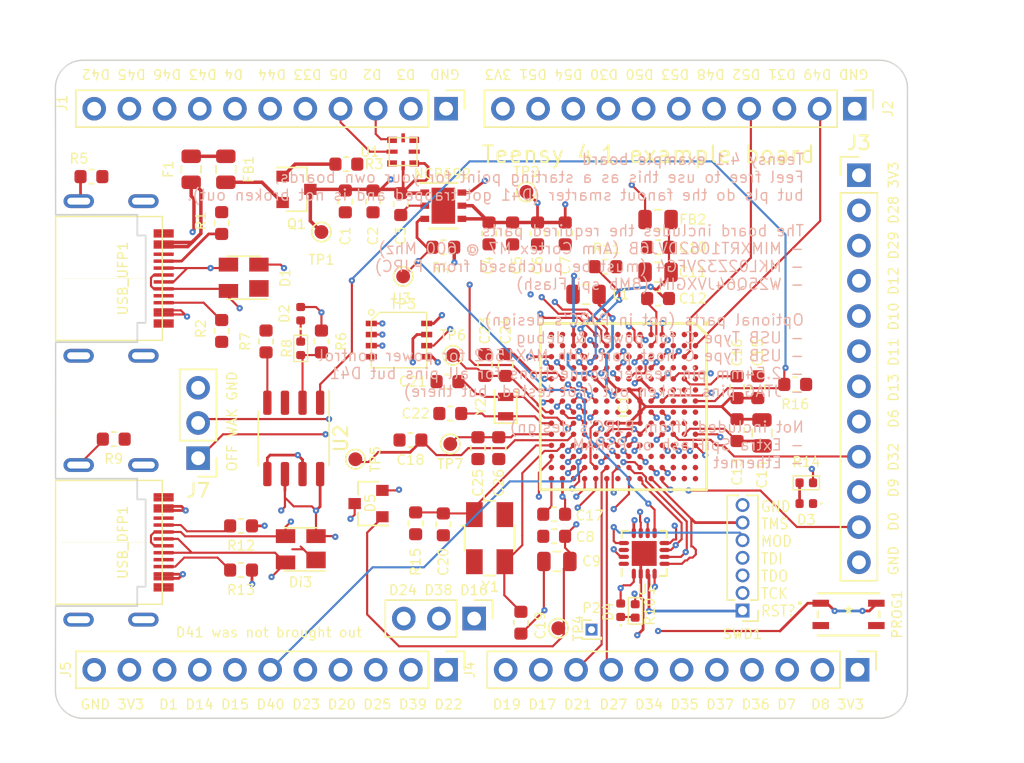
<source format=kicad_pcb>
(kicad_pcb (version 20211014) (generator pcbnew)
  (layers (0 "F.Cu" signal) (1 "In1.Cu" signal) (2 "In2.Cu" signal) (31 "B.Cu" signal) (34 "B.Paste" user) (35 "F.Paste" user) (36 "B.SilkS" user "B.Silkscreen") (37 "F.SilkS" user "F.Silkscreen") (38 "B.Mask" user) (39 "F.Mask" user) (44 "Edge.Cuts" user))
  (net 0 "")
  (net 1 "+5V")
  (net 2 "GND")
  (net 3 "+3V3")
  (net 4 "Net-(C8-Pad1)")
  (net 5 "Net-(C10-Pad1)")
  (net 6 "/SOC_CAP_NET")
  (net 7 "Net-(C18-Pad1)")
  (net 8 "Net-(C19-Pad1)")
  (net 9 "Net-(C20-Pad1)")
  (net 10 "Net-(C21-Pad1)")
  (net 11 "Net-(C22-Pad1)")
  (net 12 "Net-(C23-Pad1)")
  (net 13 "Net-(C25-Pad1)")
  (net 14 "+5VD")
  (net 15 "/USB1_DN")
  (net 16 "/USB1_DP")
  (net 17 "Net-(D2-Pad1)")
  (net 18 "Net-(D3-Pad2)")
  (net 19 "Net-(D4-Pad1)")
  (net 20 "Net-(D5-Pad3)")
  (net 21 "/USB2_DN")
  (net 22 "/USB2_DP")
  (net 23 "Net-(F1-Pad2)")
  (net 24 "Net-(FB1-Pad2)")
  (net 25 "/D49")
  (net 30 "Net-(IC1-PadA7)")
  (net 33 "/D9")
  (net 34 "/D8")
  (net 39 "/D52")
  (net 45 "/D7")
  (net 51 "/D31")
  (net 53 "/D29")
  (net 58 "/D32")
  (net 59 "/D36")
  (net 63 "/D50")
  (net 64 "/D53")
  (net 65 "/D48")
  (net 67 "/D28")
  (net 69 "/D10")
  (net 70 "/D13")
  (net 71 "/D6")
  (net 72 "Net-(IC1-PadD10)")
  (net 73 "/D37")
  (net 75 "/D35")
  (net 76 "/D34")
  (net 77 "/D54")
  (net 79 "/D30")
  (net 81 "/D12")
  (net 82 "/D11")
  (net 86 "/JTAG_TMS")
  (net 87 "/D51")
  (net 88 "/D2")
  (net 89 "Net-(IC1-PadF3)")
  (net 91 "Net-(IC1-PadF11)")
  (net 92 "/JTAG_TCK")
  (net 93 "/JTAG_MOD")
  (net 94 "/JTAG_TDI")
  (net 99 "/D3")
  (net 100 "/DCDC_PSWITCH")
  (net 101 "/D0")
  (net 102 "/D26_A12")
  (net 103 "/JTAG_TDO")
  (net 105 "/D47")
  (net 106 "/D5")
  (net 107 "/D33")
  (net 108 "/D4")
  (net 110 "/D39_A15")
  (net 111 "/D38_A14")
  (net 112 "/D22_A8")
  (net 114 "/D43")
  (net 115 "/D46")
  (net 116 "/D44")
  (net 117 "/D45")
  (net 118 "/D19_A5")
  (net 119 "/D17_A3")
  (net 120 "/D21_A7")
  (net 121 "/D27_A13")
  (net 122 "/D42")
  (net 124 "/PMIC_ON_REQ_PWR_SEQ")
  (net 125 "/D16_A2")
  (net 126 "/D18_A4")
  (net 127 "/D41_A17")
  (net 128 "/D24_A10")
  (net 129 "Net-(IC1-PadL3)")
  (net 130 "Net-(IC1-PadL4)")
  (net 132 "/WAKEUP")
  (net 135 "/D14_A0")
  (net 136 "/D40_A16")
  (net 137 "/D20_A6")
  (net 138 "/D25_A11")
  (net 139 "Net-(IC1-PadM1)")
  (net 143 "/ONOFF")
  (net 144 "/POR_B")
  (net 145 "/D1")
  (net 146 "/D15_A1")
  (net 147 "/D23_A9")
  (net 150 "Net-(IC1-PadN4)")
  (net 155 "Net-(IC1-PadP3)")
  (net 156 "Net-(IC1-PadP4)")
  (net 157 "Net-(IC1-PadP5)")
  (net 159 "Net-(Q1-Pad1)")
  (net 160 "Net-(R1-Pad2)")
  (net 161 "Net-(R2-Pad2)")
  (net 162 "Net-(R5-Pad2)")
  (net 163 "Net-(R6-Pad2)")
  (net 164 "Net-(R7-Pad2)")
  (net 165 "Net-(R9-Pad2)")
  (net 166 "Net-(R10-Pad1)")
  (net 167 "Net-(R12-Pad2)")
  (net 168 "Net-(R13-Pad2)")
  (net 169 "Net-(PROG1-Pad1)")
  (net 178 "+5VL")
  (footprint "Connector_PinHeader_2.54mm:PinHeader_1x03_P2.54mm_Vertical" (layer "F.Cu") (at 63.3 103.225 180)
    (fp_text reference "J7")
    (fp_text value "Conn_01x03_Male")
  )
  (footprint "MIMXRT1062DVJ6B:XSON8_4x4mm" (layer "F.Cu") (at 78 94.5)
    (fp_text reference "U3")
    (fp_text value "W25Q64JVXGIM")
  )
  (footprint "Capacitor_SMD:C_0805_2012Metric" (layer "F.Cu") (at 104 101.4 -90)
    (fp_text reference "C14")
    (fp_text value "10uf")
  )
  (footprint "Crystal:Crystal_SMD_Abracon_ABM3B-4Pin_5.0x3.2mm" (layer "F.Cu") (at 84.34 108.9975 -90)
    (fp_text reference "Y1")
    (fp_text value "Crystal_GND23")
  )
  (footprint "Resistor_SMD:R_0805_2012Metric" (layer "F.Cu") (at 62.8 82.371392 90)
    (fp_text reference "F1")
    (fp_text value "Fuse")
  )
  (footprint "Capacitor_SMD:C_0603_1608Metric" (layer "F.Cu") (at 77.925 84.8825 -90)
    (fp_text reference "C3")
    (fp_text value "2.2uf")
  )
  (footprint "Capacitor_SMD:C_0603_1608Metric" (layer "F.Cu") (at 81.5 100 180)
    (fp_text reference "C22")
    (fp_text value "9pf")
  )
  (footprint "Capacitor_SMD:C_0603_1608Metric" (layer "F.Cu") (at 87.8 87 -90)
    (fp_text reference "C6")
    (fp_text value "4.7uf")
  )
  (footprint "Capacitor_SMD:C_0603_1608Metric" (layer "F.Cu") (at 78.626634 101.914394 180)
    (fp_text reference "C18")
    (fp_text value "0.22uf")
  )
  (footprint "Capacitor_SMD:C_0603_1608Metric" (layer "F.Cu") (at 85.5 96.5 90)
    (fp_text reference "C24")
    (fp_text value "4.7uf")
  )
  (footprint "TestPoint:TestPoint_Pad_D1.0mm" (layer "F.Cu") (at 81.5 102.2 180)
    (fp_text reference "TP7")
    (fp_text value "TestPoint")
  )
  (footprint "Resistor_SMD:R_0402_1005Metric" (layer "F.Cu") (at 107.2 105 180)
    (fp_text reference "R14")
    (fp_text value "1k")
  )
  (footprint "Package_TO_SOT_SMD:SOT-23" (layer "F.Cu") (at 70.4 83.821392)
    (fp_text reference "Q1")
    (fp_text value "Q_PMOS_GDS")
  )
  (footprint "Capacitor_SMD:C_0603_1608Metric" (layer "F.Cu") (at 102.2 101.2 -90)
    (fp_text reference "C13")
    (fp_text value "0.22uf")
  )
  (footprint "Capacitor_SMD:C_0603_1608Metric" (layer "F.Cu") (at 75.925 84.6875 -90)
    (fp_text reference "C2")
    (fp_text value "0.22uf")
  )
  (footprint "Connector_PinHeader_2.54mm:PinHeader_1x12_P2.54mm_Vertical" (layer "F.Cu") (at 111 82.8)
    (fp_text reference "J3")
    (fp_text value "Conn_01x12_Male")
  )
  (footprint "Capacitor_SMD:C_0603_1608Metric" (layer "F.Cu") (at 103.7 98.1 90)
    (fp_text reference "C15")
    (fp_text value "4.7uf")
  )
  (footprint "Resistor_SMD:R_0805_2012Metric" (layer "F.Cu") (at 96.5 86 180)
    (fp_text reference "FB2")
    (fp_text value "Ferrite_Bead")
  )
  (footprint "Package_TO_SOT_SMD:SOT-23" (layer "F.Cu") (at 75.6 106.5 180)
    (fp_text reference "D5")
    (fp_text value "BAT54C")
  )
  (footprint "Crystal:Crystal_SMD_2012-2Pin_2.0x1.2mm" (layer "F.Cu") (at 85.5 99.5 90)
    (fp_text reference "Y2")
    (fp_text value "Crystal")
  )
  (footprint "Capacitor_SMD:C_0603_1608Metric" (layer "F.Cu") (at 89.8 87 -90)
    (fp_text reference "C7")
    (fp_text value "2.2uf")
  )
  (footprint "Capacitor_SMD:C_0603_1608Metric" (layer "F.Cu") (at 96.5 91.7 180)
    (fp_text reference "C12")
    (fp_text value "4.7uf")
  )
  (footprint "Resistor_SMD:R_0603_1608Metric" (layer "F.Cu") (at 68.2025 94.7975 -90)
    (fp_text reference "R7")
    (fp_text value "16k")
  )
  (footprint "Capacitor_SMD:C_0603_1608Metric" (layer "F.Cu") (at 84 96.5 90)
    (fp_text reference "C23")
    (fp_text value "0.22uf")
  )
  (footprint "LED_SMD:LED_0402_1005Metric" (layer "F.Cu") (at 70.7025 92.7975 90)
    (fp_text reference "D2")
    (fp_text value "LED")
  )
  (footprint "Resistor_SMD:R_0603_1608Metric" (layer "F.Cu") (at 92.7 89.4 180)
    (fp_text reference "R11")
    (fp_text value "100k")
  )
  (footprint "Capacitor_SMD:C_0603_1608Metric" (layer "F.Cu") (at 81 108 -90)
    (fp_text reference "C20")
    (fp_text value "10pf")
  )
  (footprint "USB-C-Power-tester:TYPE-C-31-M-14" (layer "F.Cu") (at 55.710182 109.3 -90)
    (fp_text reference "USB_DFP1")
    (fp_text value "USB_C_Receptacle_USB2.0")
    (fp_line (start 3.2 -3.2) (end 3.2 -3.8) (layer "Edge.Cuts") (width 0.12))
    (fp_line (start -3.1 -3.8) (end -3.1 -3.2) (layer "Edge.Cuts") (width 0.12))
    (fp_line (start -4.6 -3.2) (end -4.6 2.7) (layer "Edge.Cuts") (width 0.12))
    (fp_line (start 4.6 -3.2) (end 3.2 -3.2) (layer "Edge.Cuts") (width 0.12))
    (fp_line (start 4.6 2.7) (end 4.6 -3.2) (layer "Edge.Cuts") (width 0.12))
    (fp_line (start 3.2 -3.8) (end -3.1 -3.8) (layer "Edge.Cuts") (width 0.12))
    (fp_line (start -3.1 -3.2) (end -4.6 -3.2) (layer "Edge.Cuts") (width 0.12))
  )
  (footprint "Capacitor_SMD:C_0805_2012Metric" (layer "F.Cu") (at 91.3 91.4)
    (fp_text reference "L1")
    (fp_text value "4.7uH")
  )
  (footprint "Capacitor_SMD:C_0603_1608Metric" (layer "F.Cu") (at 86 87 -90)
    (fp_text reference "C5")
    (fp_text value "10nf")
  )
  (footprint "Capacitor_SMD:C_0603_1608Metric" (layer "F.Cu") (at 89 107.272054 180)
    (fp_text reference "C17")
    (fp_text value "0.22uf")
  )
  (footprint "USB-C-Power-tester:TYPE-C-31-M-14" (layer "F.Cu") (at 55.71481 90.2516 -90)
    (fp_text reference "USB_UFP1")
    (fp_text value "USB_C_Receptacle_USB2.0")
    (fp_line (start 3.2 -3.2) (end 3.2 -3.8) (layer "Edge.Cuts") (width 0.12))
    (fp_line (start -3.1 -3.8) (end -3.1 -3.2) (layer "Edge.Cuts") (width 0.12))
    (fp_line (start 3.2 -3.8) (end -3.1 -3.8) (layer "Edge.Cuts") (width 0.12))
    (fp_line (start -3.1 -3.2) (end -4.6 -3.2) (layer "Edge.Cuts") (width 0.12))
    (fp_line (start 4.6 2.7) (end 4.6 -3.2) (layer "Edge.Cuts") (width 0.12))
    (fp_line (start 4.6 -3.2) (end 3.2 -3.2) (layer "Edge.Cuts") (width 0.12))
    (fp_line (start -4.6 -3.2) (end -4.6 2.7) (layer "Edge.Cuts") (width 0.12))
  )
  (footprint "MIMXRT1062DVJ6B:BGA196C80P14X14_1200X1200X152" (layer "F.Cu") (at 94 99.5 -90)
    (fp_text reference "IC1")
    (fp_text value "MIMXRT1062DVJ6B" hide)
  )
  (footprint "Package_SO:SO-8_3.9x4.9mm_P1.27mm" (layer "F.Cu") (at 70.2025 101.7975 -90)
    (fp_text reference "U2")
    (fp_text value "MAX1562")
  )
  (footprint "Connector_PinHeader_2.54mm:PinHeader_1x11_P2.54mm_Vertical" (layer "F.Cu") (at 110.9 118.5 -90)
    (fp_text reference "J4")
    (fp_text value "Conn_01x11_Male")
  )
  (footprint "Capacitor_SMD:C_0603_1608Metric" (layer "F.Cu") (at 84.3 87 -90)
    (fp_text reference "C4")
    (fp_text value "0.22uf")
  )
  (footprint "Resistor_SMD:R_0603_1608Metric" (layer "F.Cu") (at 55.6 82.9 180)
    (fp_text reference "R5")
    (fp_text value "1M")
  )
  (footprint "Resistor_SMD:R_0603_1608Metric" (layer "F.Cu") (at 66.400182 111.3 180)
    (fp_text reference "R13")
    (fp_text value "56k")
  )
  (footprint "Capacitor_SMD:C_0603_1608Metric" (layer "F.Cu") (at 96.5 88 180)
    (fp_text reference "C10")
    (fp_text value "0.22uf")
  )
  (footprint "Resistor_SMD:R_0603_1608Metric" (layer "F.Cu") (at 57.210182 101.85 180)
    (fp_text reference "R9")
    (fp_text value "1M")
  )
  (footprint "Resistor_SMD:R_0603_1608Metric" (layer "F.Cu") (at 106.4 97.9 180)
    (fp_text reference "R16")
    (fp_text value "100k")
  )
  (footprint "Capacitor_SMD:C_0603_1608Metric" (layer "F.Cu") (at 83.5 102.5 -90)
    (fp_text reference "C25")
    (fp_text value "0.22uf")
  )
  (footprint "Package_TO_SOT_SMD:SOT-143" (layer "F.Cu") (at 70.710182 109.8 180)
    (fp_text reference "Di3")
    (fp_text value "SP0503BAHT")
  )
  (footprint "Capacitor_SMD:C_0603_1608Metric" (layer "F.Cu") (at 102.2 98.1 90)
    (fp_text reference "C16")
    (fp_text value "10nf")
  )
  (footprint "Connector_PinHeader_1.00mm:PinHeader_1x01_P1.00mm_Vertical" (layer "F.Cu") (at 91.7 115.6)
    (fp_text reference "P2")
    (fp_text value "D26")
  )
  (footprint "Resistor_SMD:R_0603_1608Metric" (layer "F.Cu") (at 65 86.2516 -90)
    (fp_text reference "R1")
    (fp_text value "5.1k")
  )
  (footprint "TestPoint:TestPoint_Pad_D1.0mm" (layer "F.Cu") (at 74.65 103.3 -90)
    (fp_text reference "TP5")
    (fp_text value "TestPoint")
  )
  (footprint "Package_DFN_QFN:QFN-16-1EP_3x3mm_P0.5mm_EP1.8x1.8mm" (layer "F.Cu") (at 95.5 110.1 90)
    (fp_text reference "U4")
    (fp_text value "MKL02Z32VFG4")
  )
  (footprint "Connector_PinHeader_2.54mm:PinHeader_1x03_P2.54mm_Vertical" (layer "F.Cu") (at 83.225 114.8 -90)
    (fp_text reference "J6" hide)
    (fp_text value "Conn_01x03_Male")
  )
  (footprint "TestPoint:TestPoint_Pad_D1.0mm" (layer "F.Cu") (at 87 84)
    (fp_text reference "TP2")
    (fp_text value "TestPoint")
  )
  (footprint "LED_SMD:LED_0402_1005Metric" (layer "F.Cu") (at 107.2 106.5 180)
    (fp_text reference "D3")
    (fp_text value "LED")
  )
  (footprint "Capacitor_SMD:C_0805_2012Metric" (layer "F.Cu") (at 89.194525 110.678131 180)
    (fp_text reference "C9")
    (fp_text value "10uf")
  )
  (footprint "Capacitor_SMD:C_0603_1608Metric" (layer "F.Cu") (at 81.3 97.7 180)
    (fp_text reference "C21")
    (fp_text value "9pf")
  )
  (footprint "Capacitor_SMD:C_0603_1608Metric" (layer "F.Cu") (at 86.6 115.1 -90)
    (fp_text reference "C19")
    (fp_text value "10pf")
  )
  (footprint "Package_DFN_QFN:DFN-6-1EP_3x3mm_P0.95mm_EP1.7x2.6mm" (layer "F.Cu") (at 81 85)
    (fp_text reference "NCP692")
    (fp_text value "OnSemi NCP692, fixed version")
  )
  (footprint "TestPoint:TestPoint_Pad_D1.0mm" (layer "F.Cu") (at 78.1 90.1)
    (fp_text reference "TP3")
    (fp_text value "TestPoint")
  )
  (footprint "Resistor_SMD:R_0603_1608Metric" (layer "F.Cu") (at 72.2025 94.7975 -90)
    (fp_text reference "R6")
    (fp_text value "16k")
  )
  (footprint "Capacitor_SMD:C_0805_2012Metric" (layer "F.Cu") (at 96.5 89.8 180)
    (fp_text reference "C11")
    (fp_text value "10uf")
  )
  (footprint "TestPoint:TestPoint_Pad_D1.0mm" (layer "F.Cu") (at 72.2 86.9)
    (fp_text reference "TP1")
    (fp_text value "TestPoint")
  )
  (footprint "Capacitor_SMD:C_0603_1608Metric" (layer "F.Cu") (at 73.925 84.6875 -90)
    (fp_text reference "C1")
    (fp_text value "0.22uf")
  )
  (footprint "USB-C-Power-tester:APA102-2020" (layer "F.Cu") (at 78.1 81.1 180)
    (fp_text reference "U1")
    (fp_text value "opto_APA102-2020")
  )
  (footprint "Capacitor_SMD:C_0603_1608Metric" (layer "F.Cu") (at 85 102.5 -90)
    (fp_text reference "C26")
    (fp_text value "4.7uf")
  )
  (footprint "Resistor_SMD:R_0603_1608Metric" (layer "F.Cu") (at 74 82 180)
    (fp_text reference "R3")
    (fp_text value "100k")
  )
  (footprint "Resistor_SMD:R_0402_1005Metric" (layer "F.Cu") (at 94.85 114.25 -90)
    (fp_text reference "R10")
    (fp_text value "1k")
  )
  (footprint "Connector_PinHeader_2.54mm:PinHeader_1x11_P2.54mm_Vertical" (layer "F.Cu") (at 81.2 118.5 -90)
    (fp_text reference "J5")
    (fp_text value "Conn_01x11_Male")
  )
  (footprint "Resistor_SMD:R_0603_1608Metric" (layer "F.Cu") (at 65 94.0391 90)
    (fp_text reference "R2")
    (fp_text value "5.1k")
  )
  (footprint "Resistor_SMD:R_0603_1608Metric" (layer "F.Cu") (at 79 107.925 90)
    (fp_text reference "R15")
    (fp_text value "2.2M")
  )
  (footprint "Connector_PinHeader_1.27mm:PinHeader_1x07_P1.27mm_Vertical" (layer "F.Cu") (at 102.601167 114.225 180)
    (fp_text reference "SWD1")
    (fp_text value "SWD")
  )
  (footprint "Package_TO_SOT_SMD:SOT-143" (layer "F.Cu") (at 66.588814 90.2016 180)
    (fp_text reference "D1")
    (fp_text value "SP0503BAHT")
  )
  (footprint "Resistor_SMD:R_0402_1005Metric" (layer "F.Cu") (at 70.7025 95.2975 -90)
    (fp_text reference "R8")
    (fp_text value "1k")
  )
  (footprint "TestPoint:TestPoint_Pad_D1.0mm" (layer "F.Cu") (at 81.7 95.8)
    (fp_text reference "TP6")
    (fp_text value "TestPoint")
  )
  (footprint "Resistor_SMD:R_0805_2012Metric" (layer "F.Cu") (at 65.3 82.371392 -90)
    (fp_text reference "FB1")
    (fp_text value "Ferrite_Bead")
  )
  (footprint "Connector_PinHeader_2.54mm:PinHeader_1x11_P2.54mm_Vertical" (layer "F.Cu") (at 81.2 78 -90)
    (fp_text reference "J1")
    (fp_text value "Conn_01x11_Male")
  )
  (footprint "Connector_PinHeader_2.54mm:PinHeader_1x11_P2.54mm_Vertical" (layer "F.Cu") (at 110.7 78 -90)
    (fp_text reference "J2")
    (fp_text value "Conn_01x11_Male")
  )
  (footprint "TestPoint:TestPoint_Pad_D1.0mm" (layer "F.Cu") (at 89.3 115.5 -90)
    (fp_text reference "TP4")
    (fp_text value "TestPoint")
  )
  (footprint "LED_SMD:LED_0402_1005Metric" (layer "F.Cu") (at 93.8 114.2 90)
    (fp_text reference "D4")
    (fp_text value "LED")
  )
  (footprint "ToyTronics:KMR241GLFS" (layer "F.Cu") (at 110.25 114.5)
    (fp_text reference "PROG1")
    (fp_text value "SW_Push" hide)
  )
  (footprint "Resistor_SMD:R_0603_1608Metric" (layer "F.Cu") (at 66.400182 108.11 180)
    (fp_text reference "R12")
    (fp_text value "56k")
  )
  (footprint "Resistor_SMD:R_0603_1608Metric" (layer "F.Cu") (at 81 88)
    (fp_text reference "R4")
    (fp_text value "100k")
  )
  (footprint "Capacitor_SMD:C_0603_1608Metric" (layer "F.Cu") (at 88.999695 108.862547 180)
    (fp_text reference "C8")
    (fp_text value "0.22uf")
  )
  (gr_arc (start 53 76.5) (mid 53.585786 75.085787) (end 54.999999 74.5) (layer "Edge.Cuts") (width 0.1))
  (gr_arc (start 114.5 120) (mid 113.914214 121.414214) (end 112.5 122) (layer "Edge.Cuts") (width 0.1))
  (gr_arc (start 112.5 74.5) (mid 113.914214 75.085786) (end 114.5 76.5) (layer "Edge.Cuts") (width 0.1))
  (gr_line (start 53.010182 104.7) (end 53.01481 94.8516) (layer "Edge.Cuts") (width 0.1))
  (gr_line (start 114.5 76.5) (end 114.5 120) (layer "Edge.Cuts") (width 0.1))
  (gr_line (start 53.010182 113.9) (end 53 120) (layer "Edge.Cuts") (width 0.1))
  (gr_line (start 112.5 122) (end 55 122) (layer "Edge.Cuts") (width 0.1))
  (gr_arc (start 55 122) (mid 53.585786 121.414214) (end 53 120) (layer "Edge.Cuts") (width 0.1))
  (gr_line (start 53.01481 85.6516) (end 53 76.5) (layer "Edge.Cuts") (width 0.1))
  (gr_line (start 54.999999 74.5) (end 112.5 74.5) (layer "Edge.Cuts") (width 0.1))
  (gr_text "Teensy 4.1 example board\nFeel free to use this as a starting point for your own boards,\nbut pls do the fanout smarter (D41 got trapped and is not broken out).\n\nThe board includes the required parts\n- MIMXRT1062DVJ6B (Arm Cortex M7 @ 600 Mhz)\n- MKL02Z32VFG4 (must be purchased from PJRC)\n- W25Q64JVXGIM (8Mb spi Flash)\n\nOptional parts (not in PJRC's design)\n- USB Type C for power & debug\n- USB Type C host port with MAX1562 for power control\n- 2.54mm pin header connections for all pins but D41\n- JTAG pins broken out (not tested, but there)\n\nNot included (from PJRC's design)\n- Extra SpiFlash or PSRAM\n- Ethernet" (at 107.1 92.6) (layer "B.SilkS") (effects (font (size 0.8 0.8) (thickness 0.1)) (justify left mirror)))
  (gr_text "D24 D38 D16" (at 77 112.75) (layer "F.SilkS") (effects (font (size 0.7 0.7) (thickness 0.1)) (justify left)))
  (gr_text "GND  D3  D2  D5 D33 D44  D4 D43 D46 D45 D42" (at 82.25 75.5 180) (layer "F.SilkS") (effects (font (size 0.7 0.7) (thickness 0.1)) (justify left)))
  (gr_text "OFF WAK GND" (at 65.75 104.25 90) (layer "F.SilkS") (effects (font (size 0.7 0.7) (thickness 0.1)) (justify left)))
  (gr_text "D19 D17 D21 D27 D34 D35 D37 D36 D7  D8 3V3" (at 84.5 121) (layer "F.SilkS") (effects (font (size 0.7 0.7) (thickness 0.1)) (justify left)))
  (gr_text "GND D49 D31 D52 D48 D53 D50 D30 D54 D51 3V3" (at 111.75 75.5 180) (layer "F.SilkS") (effects (font (size 0.7 0.7) (thickness 0.1)) (justify left)))
  (gr_text "Teensy 4.1 example board" (at 95.8 81.3) (layer "F.SilkS") (effects (font (size 1.2 1.2))))
  (gr_text "GND 3V3  D1 D14 D15 D40 D23 D20 D25 D39 D22" (at 54.75 121) (layer "F.SilkS") (effects (font (size 0.7 0.7) (thickness 0.1)) (justify left)))
  (gr_text "D41 was not brought out" (at 68.4 115.8) (layer "F.SilkS") (effects (font (size 0.7 0.7) (thickness 0.1))))
  (gr_text "GND\nTMS\nMOD\nTDI\nTDO\nTCK\nRST?" (at 103.865673 110.484226) (layer "F.SilkS") (effects (font (size 0.78 0.7) (thickness 0.1)) (justify left)))
  (gr_text "GND  D0  D9 D32  D6 D13 D11 D10 D12 D29 D28 3V3" (at 113.5 111.75 90) (layer "F.SilkS") (effects (font (size 0.7 0.7) (thickness 0.1)) (justify left)))
  (segment (start 83.3 96.5) (end 82.9 96.1) (width 0.155) (layer "F.Cu") (net 1))
  (segment (start 79.7 83.2) (end 78.9 83.2) (width 0.2) (layer "F.Cu") (net 1))
  (segment (start 82.88826 84.05) (end 82.34 84.05) (width 0.2) (layer "F.Cu") (net 1))
  (segment (start 82.9 90.9) (end 82.9 90.7) (width 0.155) (layer "F.Cu") (net 1))
  (segment (start 87.8245 98.3) (end 86.6 97.0755) (width 0.155) (layer "F.Cu") (net 1))
  (segment (start 78.1 84) (end 78.1 82.1) (width 0.2) (layer "F.Cu") (net 1))
  (segment (start 86 96.5) (end 83.3 96.5) (width 0.155) (layer "F.Cu") (net 1))
  (segment (start 77.621392 83.821392) (end 77.9 84.1) (width 0.25) (layer "F.Cu") (net 1))
  (segment (start 71.4 83.821392) (end 77.621392 83.821392) (width 0.25) (layer "F.Cu") (net 1))
  (segment (start 86.5755 97.0755) (end 86 96.5) (width 0.155) (layer "F.Cu") (net 1))
  (segment (start 76.4 83.9) (end 77.2 83.1) (width 0.2) (layer "F.Cu") (net 1))
  (segment (start 71.4 83.821392) (end 71.4 86.1) (width 0.25) (layer "F.Cu") (net 1))
  (segment (start 78.9 83.2) (end 78.1 84) (width 0.2) (layer "F.Cu") (net 1))
  (segment (start 77.925 84.095) (end 79.695 84.095) (width 0.25) (layer "F.Cu") (net 1))
  (segment (start 89.6 98.3) (end 88.8 98.3) (width 0.155) (layer "F.Cu") (net 1))
  (segment (start 79.9 83) (end 79.7 83.2) (width 0.2) (layer "F.Cu") (net 1))
  (segment (start 84 83.2) (end 82.88826 84.05) (width 0.2) (layer "F.Cu") (net 1))
  (segment (start 75.925 83.9) (end 76.4 83.9) (width 0.2) (layer "F.Cu") (net 1))
  (segment (start 71.4 86.1) (end 72.2 86.9) (width 0.25) (layer "F.Cu") (net 1))
  (segment (start 88.8 98.3) (end 87.8245 98.3) (width 0.155) (layer "F.Cu") (net 1))
  (segment (start 82.9 96.1) (end 82.9 90.9) (width 0.155) (layer "F.Cu") (net 1))
  (segment (start 78.9 81.95) (end 79.65 81.95) (width 0.2) (layer "F.Cu") (net 1))
  (segment (start 86.6 97.0755) (end 86.5755 97.0755) (width 0.155) (layer "F.Cu") (net 1))
  (segment (start 79.65 81.95) (end 79.9 82.2) (width 0.2) (layer "F.Cu") (net 1))
  (segment (start 79.9 82.2) (end 79.9 83) (width 0.2) (layer "F.Cu") (net 1))
  (via (at 77.2 83.1) (size 0.45) (drill 0.15) (layers "F.Cu" "B.Cu") (net 1))
  (via (at 84 83.2) (size 0.45) (drill 0.15) (layers "F.Cu" "B.Cu") (net 1))
  (via (at 82.9 90.7) (size 0.45) (drill 0.15) (layers "F.Cu" "B.Cu") (net 1))
  (segment (start 88.8 106.7) (end 88.8 104.7) (width 0.155) (layer "F.Cu") (net 2))
  (segment (start 79.66 85) (end 78.5 85) (width 0.155) (layer "F.Cu") (net 2))
  (segment (start 89.6 97.5) (end 89.174011 97.074011) (width 0.155) (layer "F.Cu") (net 2))
  (segment (start 90.825989 100.325989) (end 90.8 100.3) (width 0.155) (layer "F.Cu") (net 2))
  (segment (start 90.825989 100.325989) (end 91.2 100.7) (width 0.155) (layer "F.Cu") (net 2))
  (segment (start 92 95.1) (end 91.6 94.7) (width 0.2) (layer "F.Cu") (net 2))
  (segment (start 71.67 110.57) (end 70.9 109.8) (width 0.15) (layer "F.Cu") (net 2))
  (segment (start 96.374011 94.725989) (end 96.374011 92.674011) (width 0.155) (layer "F.Cu") (net 2))
  (segment (start 98.8 97.9) (end 100.3 97.9) (width 0.155) (layer "F.Cu") (net 2))
  (segment (start 95.25 110.35) (end 95.4 110.2) (width 0.2) (layer "F.Cu") (net 2))
  (segment (start 95.41952 115.58048) (end 95 116) (width 0.2) (layer "F.Cu") (net 2))
  (segment (start 101.303489 101.103489) (end 102.2 102) (width 0.155) (layer "F.Cu") (net 2))
  (segment (start 70.9 109.8) (end 70.8 109.7) (width 0.15) (layer "F.Cu") (net 2))
  (segment (start 70.9 109.8) (end 70.1 109.8) (width 0.15) (layer "F.Cu") (net 2))
  (segment (start 87.474011 97.074011) (end 86.1 95.7) (width 0.155) (layer "F.Cu") (net 2))
  (segment (start 88.257025 114.157025) (end 88.3 114.2) (width 0.155) (layer "F.Cu") (net 2))
  (segment (start 89.6 99.9) (end 90.025989 100.325989) (width 0.155) (layer "F.Cu") (net 2))
  (segment (start 90.025989 100.325989) (end 90.825989 100.325989) (width 0.155) (layer "F.Cu") (net 2))
  (segment (start 89.174011 97.074011) (end 87.474011 97.074011) (width 0.155) (layer "F.Cu") (net 2))
  (segment (start 88.2125 107.272054) (end 88.227946 107.272054) (width 0.155) (layer "F.Cu") (net 2))
  (segment (start 98.4 97.5) (end 98.8 97.9) (width 0.155) (layer "F.Cu") (net 2))
  (segment (start 88.257025 110.678131) (end 88.257025 114.157025) (width 0.155) (layer "F.Cu") (net 2))
  (segment (start 98.4 101.5) (end 98.796511 101.103489) (width 0.155) (layer "F.Cu") (net 2))
  (segment (start 70.8 109.7) (end 70.7 109.6) (width 0.15) (layer "F.Cu") (net 2))
  (segment (start 96 95.1) (end 96.374011 94.725989) (width 0.155) (layer "F.Cu") (net 2))
  (segment (start 95.25 111.575) (end 95.25 113.279442) (width 0.2) (layer "F.Cu") (net 2))
  (segment (start 91.6 94.7) (end 91.598 94.7) (width 0.2) (layer "F.Cu") (net 2))
  (segment (start 78.5 85) (end 77.9 85.6) (width 0.155) (layer "F.Cu") (net 2))
  (segment (start 95.25 113.279442) (end 95.41952 113.448962) (width 0.2) (layer "F.Cu") (net 2))
  (segment (start 92 103.9) (end 91.625989 103.525989) (width 0.155) (layer "F.Cu") (net 2))
  (segment (start 100.8875 97.3125) (end 100.3 97.9) (width 0.155) (layer "F.Cu") (net 2))
  (segment (start 95.41952 113.448962) (end 95.41952 115.58048) (width 0.2) (layer "F.Cu") (net 2))
  (segment (start 91.625989 103.525989) (end 91.625989 101.074011) (width 0.155) (layer "F.Cu") (net 2))
  (segment (start 95.25 111.575) (end 95.25 110.35) (width 0.2) (layer "F.Cu") (net 2))
  (segment (start 86.6 115.8875) (end 86.6125 115.8875) (width 0.155) (layer "F.Cu") (net 2))
  (segment (start 71.810182 110.57) (end 71.67 110.57) (width 0.15) (layer "F.Cu") (net 2))
  (segment (start 98.796511 101.103489) (end 101.303489 101.103489) (width 0.155) (layer "F.Cu") (net 2))
  (segment (start 91.625989 101.074011) (end 92 100.7) (width 0.155) (layer "F.Cu") (net 2))
  (segment (start 103.5875 101.9875) (end 104 102.4) (width 0.2) (layer "F.Cu") (net 2))
  (segment (start 86.1 95.7) (end 85.5 95.7) (width 0.155) (layer "F.Cu") (net 2))
  (segment (start 94.382026 105.817974) (end 93.3 106.9) (width 0.155) (layer "F.Cu") (net 2))
  (segment (start 102.2 101.9875) (end 103.5875 101.9875) (width 0.2) (layer "F.Cu") (net 2))
  (segment (start 102.2 97.3125) (end 100.8875 97.3125) (width 0.155) (layer "F.Cu") (net 2))
  (segment (start 94.4 105.817974) (end 94.382026 105.817974) (width 0.155) (layer "F.Cu") (net 2))
  (segment (start 96.374011 92.674011) (end 95.7 92) (width 0.155) (layer "F.Cu") (net 2))
  (segment (start 94.4 104.7) (end 94.4 105.817974) (width 0.155) (layer "F.Cu") (net 2))
  (segment (start 88.227946 107.272054) (end 88.8 106.7) (width 0.155) (layer "F.Cu") (net 2))
  (segment (start 86.6125 115.8875) (end 88.3 114.2) (width 0.155) (layer "F.Cu") (net 2))
  (segment (start 96 103.9) (end 96.4 104.3) (width 0.2) (layer "F.Cu") (net 2))
  (via (at 90.8 100.3) (size 0.45) (drill 0.15) (layers "F.Cu" "B.Cu") (net 2))
  (via (at 96.4 104.3) (size 0.45) (drill 0.15) (layers "F.Cu" "B.Cu") (net 2))
  (via (at 95 116) (size 0.45) (drill 0.15) (layers "F.Cu" "B.Cu") (net 2))
  (via (at 91.598 94.7) (size 0.45) (drill 0.15) (layers "F.Cu" "B.Cu") (net 2))
  (via (at 93.3 106.9) (size 0.45) (drill 0.15) (layers "F.Cu" "B.Cu") (net 2))
  (via (at 88.3 114.2) (size 0.45) (drill 0.15) (layers "F.Cu" "B.Cu") (net 2))
  (segment (start 86 86.2125) (end 84.3125 86.2125) (width 0.25) (layer "F.Cu") (net 3))
  (segment (start 89.8 86.2125) (end 89.8 84.9) (width 0.2) (layer "F.Cu") (net 3))
  (segment (start 84.3125 86.2125) (end 84 85.9) (width 0.2) (layer "F.Cu") (net 3))
  (segment (start 94 112.4) (end 94.5 112.4) (width 0.155) (layer "F.Cu") (net 3))
  (segment (start 81.7875 88) (end 81.7875 89.0875) (width 0.25) (layer "F.Cu") (net 3))
  (segment (start 95.2 101.5) (end 96 100.7) (width 0.155) (layer "F.Cu") (net 3))
  (segment (start 95.5625 84.4625) (end 94.6 83.5) (width 0.155) (layer "F.Cu") (net 3))
  (segment (start 87.7875 86.2125) (end 89.7875 86.2125) (width 0.25) (layer "F.Cu") (net 3))
  (segment (start 94.5 112.4) (end 94.75 112.15) (width 0.155) (layer "F.Cu") (net 3))
  (segment (start 95.2 101.5) (end 94.8245 101.1245) (width 0.155) (layer "F.Cu") (net 3))
  (segment (start 89.6 104.7) (end 89.6 106) (width 0.2) (layer "F.Cu") (net 3))
  (segment (start 76.6 105.55) (end 77.75 105.55) (width 0.155) (layer "F.Cu") (net 3))
  (segment (start 87.9 106) (end 87.9 104.271067) (width 0.155) (layer "F.Cu") (net 3))
  (segment (start 84.05 85.95) (end 83.1 85) (width 0.25) (layer "F.Cu") (net 3))
  (segment (start 95.2 97.5) (end 95.130104 97.5) (width 0.2) (layer "F.Cu") (net 3))
  (segment (start 93.8 112.6) (end 94 112.4) (width 0.155) (layer "F.Cu") (net 3))
  (segment (start 93.8 113.1) (end 93.8 112.6) (width 0.155) (layer "F.Cu") (net 3))
  (segment (start 88.8 103.371067) (end 88.8 103.1) (width 0.155) (layer "F.Cu") (net 3))
  (segment (start 84.3 86.2125) (end 84.3 86.2) (width 0.2) (layer "F.Cu") (net 3))
  (segment (start 87.9 104.271067) (end 88.8 103.371067) (width 0.155) (layer "F.Cu") (net 3))
  (segment (start 81.7875 89.0875) (end 81.8 89.1) (width 0.25) (layer "F.Cu") (net 3))
  (segment (start 87.8 86.2125) (end 87.8 84.8) (width 0.2) (layer "F.Cu") (net 3))
  (segment (start 94.75 112.15) (end 94.75 111.575) (width 0.155) (layer "F.Cu") (net 3))
  (segment (start 92 96.7) (end 91.6 97.1) (width 0.2) (layer "F.Cu") (net 3))
  (segment (start 84.3 86.2) (end 84.05 85.95) (width 0.2) (layer "F.Cu") (net 3))
  (segment (start 80.3 93.5) (end 80.9 92.9) (width 0.2) (layer "F.Cu") (net 3))
  (segment (start 89.7875 106.1875) (end 89.6 106) (width 0.155) (layer "F.Cu") (net 3))
  (segment (start 93.1755 101.1245) (end 94.762669 101.1245) (width 0.155) (layer "F.Cu") (net 3))
  (segment (start 96 98.3) (end 95.2 97.5) (width 0.2) (layer "F.Cu") (net 3))
  (segment (start 83.1 85) (end 82.3 85) (width 0.25) (layer "F.Cu") (net 3))
  (segment (start 92 97.5) (end 92.8 98.3) (width 0.2) (layer "F.Cu") (net 3))
  (segment (start 95.5625 86) (end 95.5625 84.4625) (width 0.155) (layer "F.Cu") (net 3))
  (segment (start 94.8245 101.1245) (end 94.762669 101.1245) (width 0.155) (layer "F.Cu") (net 3))
  (segment (start 89.7875 107.272054) (end 89.7875 106.1875) (width 0.155) (layer "F.Cu") (net 3))
  (segment (start 95.130104 97.5) (end 94.817202 97.812902) (width 0.2) (layer "F.Cu") (net 3))
  (segment (start 82.34 85.95) (end 84.05 85.95) (width 0.25) (layer "F.Cu") (net 3))
  (segment (start 93.8 113.715) (end 93.8 113.1) (width 0.155) (layer "F.Cu") (net 3))
  (segment (start 86 86.2125) (end 87.7875 86.2125) (width 0.25) (layer "F.Cu") (net 3))
  (segment (start 79.8 93.5) (end 80.3 93.5) (width 0.2) (layer "F.Cu") (net 3))
  (segment (start 92.8 101.5) (end 93.1755 101.1245) (width 0.155) (layer "F.Cu") (net 3))
  (segment (start 77.75 105.55) (end 77.8 105.5) (width 0.155) (layer "F.Cu") (net 3))
  (segment (start 87.8 84.8) (end 87 84) (width 0.2) (layer "F.Cu") (net 3))
  (segment (start 92 97.5) (end 91.6 97.1) (width 0.2) (layer "F.Cu") (net 3))
  (segment (start 91.6 97.1) (end 91.598 97.1) (width 0.2) (layer "F.Cu") (net 3))
  (via (at 94.6 83.5) (size 0.45) (drill 0.15) (layers "F.Cu" "B.Cu") (net 3))
  (via (at 77.8 105.5) (size 0.45) (drill 0.15) (layers "F.Cu" "B.Cu") (net 3))
  (via (at 94.762669 101.1245) (size 0.45) (drill 0.15) (layers "F.Cu" "B.Cu") (net 3))
  (via (at 87.9 106) (size 0.45) (drill 0.15) (layers "F.Cu" "B.Cu") (net 3))
  (via (at 81.8 89.1) (size 0.45) (drill 0.15) (layers "F.Cu" "B.Cu") (net 3))
  (via (at 87.8 84.8) (size 0.45) (drill 0.15) (layers "F.Cu" "B.Cu") (net 3))
  (via (at 94.817202 97.812902) (size 0.45) (drill 0.15) (layers "F.Cu" "B.Cu") (net 3))
  (via (at 89.6 106) (size 0.45) (drill 0.15) (layers "F.Cu" "B.Cu") (net 3))
  (via (at 91.598 97.1) (size 0.45) (drill 0.15) (layers "F.Cu" "B.Cu") (net 3))
  (via (at 80.9 92.9) (size 0.45) (drill 0.15) (layers "F.Cu" "B.Cu") (net 3))
  (via (at 89.8 84.9) (size 0.45) (drill 0.15) (layers "F.Cu" "B.Cu") (net 3))
  (via (at 93.8 112.6) (size 0.45) (drill 0.15) (layers "F.Cu" "B.Cu") (net 3))
  (segment (start 91.598 97.1) (end 90.600336 97.1) (width 0.2) (layer "B.Cu") (net 3))
  (segment (start 90.600336 97.1) (end 90 96.499664) (width 0.2) (layer "B.Cu") (net 3))
  (segment (start 90 96.499664) (end 90 95.7) (width 0.2) (layer "B.Cu") (net 3))
  (segment (start 75.5 114.5) (end 75.5 108.6) (width 0.155) (layer "F.Cu") (net 4))
  (segment (start 89.787195 108.862547) (end 89.787195 108.812805) (width 0.155) (layer "F.Cu") (net 4))
  (segment (start 89.7 116) (end 89.7 111.2) (width 0.155) (layer "F.Cu") (net 4))
  (segment (start 89.787195 108.862547) (end 89.787195 109.687195) (width 0.155) (layer "F.Cu") (net 4))
  (segment (start 89.7 116) (end 89.7 115.9) (width 0.155) (layer "F.Cu") (net 4))
  (segment (start 89.7 116) (end 88.9 116.8) (width 0.155) (layer "F.Cu") (net 4))
  (segment (start 88.9 116.8) (end 77.8 116.8) (width 0.155) (layer "F.Cu") (net 4))
  (segment (start 89.787195 108.812805) (end 90.6 108) (width 0.155) (layer "F.Cu") (net 4))
  (segment (start 91.604001 100.295999) (end 91.604001 100.3) (width 0.155) (layer "F.Cu") (net 4))
  (segment (start 89.7 111.2) (end 90.1 110.8) (width 0.155) (layer "F.Cu") (net 4))
  (segment (start 75.5 108.6) (end 76.6 107.5) (width 0.155) (layer "F.Cu") (net 4))
  (segment (start 89.7 115.9) (end 89.3 115.5) (width 0.155) (layer "F.Cu") (net 4))
  (segment (start 77.8 116.8) (end 75.5 114.5) (width 0.155) (layer "F.Cu") (net 4))
  (segment (start 89.787195 109.687195) (end 90.132025 110.032025) (width 0.155) (layer "F.Cu") (net 4))
  (segment (start 92 99.9) (end 91.604001 100.295999) (width 0.155) (layer "F.Cu") (net 4))
  (segment (start 90.132025 110.032025) (end 90.132025 110.678131) (width 0.155) (layer "F.Cu") (net 4))
  (via (at 91.604001 100.3) (size 0.45) (drill 0.15) (layers "F.Cu" "B.Cu") (net 4))
  (via (at 90.6 108) (size 0.45) (drill 0.15) (layers "F.Cu" "B.Cu") (net 4))
  (segment (start 91.2 95.1) (end 91.173499 95.073499) (width 0.2) (layer "F.Cu") (net 5))
  (segment (start 96.371757 91.065743) (end 97.4375 90) (width 0.2) (layer "F.Cu") (net 5))
  (segment (start 91.173499 94.326501) (end 91.2 94.3) (width 0.2) (layer "F.Cu") (net 5))
  (segment (start 97.2875 88) (end 97.2875 86.1125) (width 0.155) (layer "F.Cu") (net 5))
  (segment (start 97.2875 88) (end 97.2875 89.8875) (width 0.155) (layer "F.Cu") (net 5))
  (segment (start 91.2 94.2) (end 90.9 93.9) (width 0.2) (layer "F.Cu") (net 5))
  (segment (start 91.173499 95.073499) (end 91.173499 94.326501) (width 0.2) (layer "F.Cu") (net 5))
  (segment (start 97.2875 86.1125) (end 97.4 86) (width 0.155) (layer "F.Cu") (net 5))
  (segment (start 96.353243 91.065743) (end 97.2875 92) (width 0.2) (layer "F.Cu") (net 5))
  (segment (start 95.966525 90.854346) (end 96.353243 91.065743) (width 0.2) (layer "F.Cu") (net 5))
  (segment (start 91.2 94.3) (end 91.2 94.2) (width 0.2) (layer "F.Cu") (net 5))
  (segment (start 97.2875 89.8875) (end 97.5 90.1) (width 0.155) (layer "F.Cu") (net 5))
  (segment (start 95.966525 90.854346) (end 96.371757 91.065743) (width 0.2) (layer "F.Cu") (net 5))
  (via (at 90.9 93.9) (size 0.45) (drill 0.15) (layers "F.Cu" "B.Cu") (net 5))
  (via (at 95.966525 90.854346) (size 0.45) (drill 0.15) (layers "F.Cu" "B.Cu") (net 5))
  (segment (start 95.966525 90.854346) (end 93.734257 91.065743) (width 0.2) (layer "B.Cu") (net 5))
  (segment (start 93.734257 91.065743) (end 90.9 93.9) (width 0.2) (layer "B.Cu") (net 5))
  (segment (start 95.6 99.5) (end 101.1 99.5) (width 0.2) (layer "F.Cu") (net 6))
  (segment (start 103.6875 98.8875) (end 103.7 98.9) (width 0.2) (layer "F.Cu") (net 6))
  (segment (start 93.6 98.3) (end 94.4 98.3) (width 0.2) (layer "F.Cu") (net 6))
  (segment (start 93.6 98.3) (end 93.224502 98.675498) (width 0.2) (layer "F.Cu") (net 6))
  (segment (start 95.2 99.9) (end 95.6 99.5) (width 0.2) (layer "F.Cu") (net 6))
  (segment (start 94.4 100.7) (end 95.2 99.9) (width 0.2) (layer "F.Cu") (net 6))
  (segment (start 95.2 98.3) (end 95.2 99.1) (width 0.2) (layer "F.Cu") (net 6))
  (segment (start 95.2 99.1) (end 95.2 99.9) (width 0.2) (layer "F.Cu") (net 6))
  (segment (start 93.224502 98.675498) (end 93.224502 98.722463) (width 0.2) (layer "F.Cu") (net 6))
  (segment (start 101.1 99.5) (end 101.7 98.9) (width 0.2) (layer "F.Cu") (net 6))
  (segment (start 95.2 99.1) (end 94.4 98.3) (width 0.2) (layer "F.Cu") (net 6))
  (segment (start 92.2375 91.4) (end 92.2375 92.142879) (width 0.2) (layer "F.Cu") (net 6))
  (segment (start 94.4 100.7) (end 93.6 100.7) (width 0.2) (layer "F.Cu") (net 6))
  (segment (start 95.2 100.7) (end 94.4 100.7) (width 0.2) (layer "F.Cu") (net 6))
  (segment (start 102.2 100.4125) (end 102.0125 100.4125) (width 0.2) (layer "F.Cu") (net 6))
  (segment (start 92.8 97.5) (end 93.6 98.3) (width 0.2) (layer "F.Cu") (net 6))
  (segment (start 102.0125 100.4125) (end 101.1 99.5) (width 0.2) (layer "F.Cu") (net 6))
  (segment (start 102.2 98.8875) (end 103.6875 98.8875) (width 0.2) (layer "F.Cu") (net 6))
  (segment (start 95.2 99.9) (end 95.2 100.7) (width 0.2) (layer "F.Cu") (net 6))
  (segment (start 93.6 100.7) (end 92.8 100.7) (width 0.2) (layer "F.Cu") (net 6))
  (segment (start 95.2 99.1) (end 95.6 99.5) (width 0.2) (layer "F.Cu") (net 6))
  (segment (start 92.2375 92.142879) (end 93.216449 93.121828) (width 0.2) (layer "F.Cu") (net 6))
  (segment (start 94.4 98.3) (end 95.2 98.3) (width 0.2) (layer "F.Cu") (net 6))
  (segment (start 102.2 100.4125) (end 103.9875 100.4125) (width 0.2) (layer "F.Cu") (net 6))
  (segment (start 101.7 98.9) (end 102.2 98.9) (width 0.2) (layer "F.Cu") (net 6))
  (via (at 93.216449 93.121828) (size 0.45) (drill 0.15) (layers "F.Cu" "B.Cu") (net 6))
  (via (at 93.224502 98.722463) (size 0.45) (drill 0.15) (layers "F.Cu" "B.Cu") (net 6))
  (segment (start 93.216449 95.303559) (end 93.216449 93.121828) (width 0.2) (layer "B.Cu") (net 6))
  (segment (start 92.826501 96.924165) (end 92.775499 96.873163) (width 0.2) (layer "B.Cu") (net 6))
  (segment (start 92.775499 98.27346) (end 92.775499 97.326837) (width 0.2) (layer "B.Cu") (net 6))
  (segment (start 92.775499 97.326837) (end 92.826501 97.275835) (width 0.2) (layer "B.Cu") (net 6))
  (segment (start 93.224502 98.722463) (end 92.775499 98.27346) (width 0.2) (layer "B.Cu") (net 6))
  (segment (start 92.775499 95.744509) (end 93.216449 95.303559) (width 0.2) (layer "B.Cu") (net 6))
  (segment (start 92.775499 96.873163) (end 92.775499 95.744509) (width 0.2) (layer "B.Cu") (net 6))
  (segment (start 92.826501 97.275835) (end 92.826501 96.924165) (width 0.2) (layer "B.Cu") (net 6))
  (segment (start 76.3 102.8) (end 78.6 102.8) (width 0.2) (layer "F.Cu") (net 7))
  (segment (start 90.4 101.5) (end 89.974011 101.925989) (width 0.155) (layer "F.Cu") (net 7))
  (segment (start 86.174011 101.925989) (end 85.6 102.5) (width 0.155) (layer "F.Cu") (net 7))
  (segment (start 74.5 103.5) (end 75.6 103.5) (width 0.155) (layer "F.Cu") (net 7))
  (segment (start 78.6 102.8) (end 79.4 102) (width 0.2) (layer "F.Cu") (net 7))
  (segment (start 82.8 102.5) (end 82.3 103) (width 0.155) (layer "F.Cu") (net 7))
  (segment (start 79.4 102) (end 79.4 101.9) (width 0.2) (layer "F.Cu") (net 7))
  (segment (start 80.5 103) (end 79.4 101.9) (width 0.155) (layer "F.Cu") (net 7))
  (segment (start 82.3 103) (end 80.5 103) (width 0.155) (layer "F.Cu") (net 7))
  (segment (start 75.6 103.5) (end 76.3 102.8) (width 0.155) (layer "F.Cu") (net 7))
  (segment (start 89.974011 101.925989) (end 86.174011 101.925989) (width 0.155) (layer "F.Cu") (net 7))
  (segment (start 85.6 102.5) (end 82.8 102.5) (width 0.155) (layer "F.Cu") (net 7))
  (segment (start 89.2 102.7) (end 88.3 102.7) (width 0.15) (layer "F.Cu") (net 8))
  (segment (start 88.3 102.7) (end 87.3 103.7) (width 0.15) (layer "F.Cu") (net 8))
  (segment (start 87.3 103.7) (end 86.7 104.3) (width 0.15) (layer "F.Cu") (net 8))
  (segment (start 86.7 109.5) (end 85.5 110.7) (width 0.15) (layer "F.Cu") (net 8))
  (segment (start 86.7 104.3) (end 86.7 108.8) (width 0.15) (layer "F.Cu") (net 8))
  (segment (start 89.3 102.6) (end 89.2 102.7) (width 0.15) (layer "F.Cu") (net 8))
  (segment (start 86.7 108.8) (end 86.7 109.5) (width 0.15) (layer "F.Cu") (net 8))
  (segment (start 86.6 114.3125) (end 85.4 113.1125) (width 0.155) (layer "F.Cu") (net 8))
  (segment (start 89.6 102.3) (end 89.3 102.6) (width 0.15) (layer "F.Cu") (net 8))
  (segment (start 85.4 113.1125) (end 85.4 110.7) (width 0.155) (layer "F.Cu") (net 8))
  (segment (start 81 107.2125) (end 83.2875 107.2125) (width 0.15) (layer "F.Cu") (net 9))
  (segment (start 83.198084 106.801916) (end 83.198084 107.280648) (width 0.15) (layer "F.Cu") (net 9))
  (segment (start 88.8 102.3) (end 87.7 102.3) (width 0.15) (layer "F.Cu") (net 9))
  (segment (start 79 107.1375) (end 81.0375 107.1375) (width 0.15) (layer "F.Cu") (net 9))
  (segment (start 87.7 102.3) (end 83.198084 106.801916) (width 0.15) (layer "F.Cu") (net 9))
  (segment (start 88.3 100.3) (end 86.8 98.8) (width 0.155) (layer "F.Cu") (net 10))
  (segment (start 82.0875 97.7) (end 82.5 97.7) (width 0.155) (layer "F.Cu") (net 10))
  (segment (start 86.8 98.8) (end 85.5 98.8) (width 0.155) (layer "F.Cu") (net 10))
  (segment (start 82.5 97.7) (end 83.4 98.6) (width 0.155) (layer "F.Cu") (net 10))
  (segment (start 89.2 100.3) (end 88.3 100.3) (width 0.155) (layer "F.Cu") (net 10))
  (segment (start 89.6 100.7) (end 89.2 100.3) (width 0.155) (layer "F.Cu") (net 10))
  (segment (start 83.8 98.6) (end 84 98.8) (width 0.155) (layer "F.Cu") (net 10))
  (segment (start 84 98.8) (end 85.5 98.8) (width 0.155) (layer "F.Cu") (net 10))
  (segment (start 83.4 98.6) (end 83.8 98.6) (width 0.155) (layer "F.Cu") (net 10))
  (segment (start 85.5 100.2) (end 84 100.2) (width 0.155) (layer "F.Cu") (net 11))
  (segment (start 85.5 100.2) (end 87.6 100.2) (width 0.155) (layer "F.Cu") (net 11))
  (segment (start 83.8 100) (end 84 100.2) (width 0.155) (layer "F.Cu") (net 11))
  (segment (start 88.8 100.7) (end 88.1 100.7) (width 0.155) (layer "F.Cu") (net 11))
  (segment (start 88.1 100.7) (end 87.6 100.2) (width 0.155) (layer "F.Cu") (net 11))
  (segment (start 82.2875 100) (end 83.8 100) (width 0.155) (layer "F.Cu") (net 11))
  (segment (start 88.104001 99.604001) (end 88.033485 99.604001) (width 0.155) (layer "F.Cu") (net 12))
  (segment (start 84.0125 97.2875) (end 84 97.3) (width 0.155) (layer "F.Cu") (net 12))
  (segment (start 88.033485 99.604001) (end 87.797999 99.368515) (width 0.155) (layer "F.Cu") (net 12))
  (segment (start 87.797999 99.297999) (end 85.8 97.3) (width 0.155) (layer "F.Cu") (net 12))
  (segment (start 85.5 97.2875) (end 84.0125 97.2875) (width 0.155) (layer "F.Cu") (net 12))
  (segment (start 85.8 97.3) (end 85.5 97.3) (width 0.155) (layer "F.Cu") (net 12))
  (segment (start 87.797999 99.368515) (end 87.797999 99.297999) (width 0.155) (layer "F.Cu") (net 12))
  (segment (start 83.467011 96.754511) (end 82.654511 96.754511) (width 0.155) (layer "F.Cu") (net 12))
  (segment (start 88.8 99.9) (end 88.4 99.9) (width 0.155) (layer "F.Cu") (net 12))
  (segment (start 88.4 99.9) (end 88.104001 99.604001) (width 0.155) (layer "F.Cu") (net 12))
  (segment (start 82.654511 96.754511) (end 81.7 95.8) (width 0.155) (layer "F.Cu") (net 12))
  (segment (start 84 97.2875) (end 83.467011 96.754511) (width 0.155) (layer "F.Cu") (net 12))
  (segment (start 85 101.7125) (end 83.5125 101.7125) (width 0.155) (layer "F.Cu") (net 13))
  (segment (start 83.5125 101.7125) (end 83.5 101.7) (width 0.155) (layer "F.Cu") (net 13))
  (segment (start 86.1 101.5) (end 88.8 101.5) (width 0.155) (layer "F.Cu") (net 13))
  (segment (start 81.9875 101.7125) (end 81.5 102.2) (width 0.155) (layer "F.Cu") (net 13))
  (segment (start 83.5 101.7125) (end 81.9875 101.7125) (width 0.155) (layer "F.Cu") (net 13))
  (segment (start 85.8875 101.7125) (end 86.1 101.5) (width 0.155) (layer "F.Cu") (net 13))
  (segment (start 85 101.7125) (end 85.8875 101.7125) (width 0.155) (layer "F.Cu") (net 13))
  (segment (start 69.2516 89.2516) (end 69.5 89.5) (width 0.155) (layer "F.Cu") (net 14))
  (segment (start 68.2975 103.2025) (end 68.5 103) (width 0.2) (layer "F.Cu") (net 14))
  (segment (start 70.7025 92.3125) (end 71.8125 92.3125) (width 0.155) (layer "F.Cu") (net 14))
  (segment (start 60.81481 92.5516) (end 62.0516 92.5516) (width 0.155) (layer "F.Cu") (net 14))
  (segment (start 60.81481 87.6516) (end 62.8484 87.6516) (width 0.25) (layer "F.Cu") (net 14))
  (segment (start 62.3516 92.8516) (end 62.5 93) (width 0.155) (layer "F.Cu") (net 14))
  (segment (start 63.5 87) (end 63.5 83.9) (width 0.25) (layer "F.Cu") (net 14))
  (segment (start 62.5484 87.9516) (end 63 87.5) (width 0.25) (layer "F.Cu") (net 14))
  (segment (start 63 84.5) (end 63 86.8) (width 0.25) (layer "F.Cu") (net 14))
  (segment (start 62.8484 87.6516) (end 63 87.5) (width 0.25) (layer "F.Cu") (net 14))
  (segment (start 72.2025 94.01) (end 72.2025 92.7025) (width 0.155) (layer "F.Cu") (net 14))
  (segment (start 62.8 84.3) (end 63 84.5) (width 0.25) (layer "F.Cu") (net 14))
  (segment (start 70.8375 103.3375) (end 70.5 103) (width 0.2) (layer "F.Cu") (net 14))
  (segment (start 68.5 103) (end 70.5 103) (width 0.2) (layer "F.Cu") (net 14))
  (segment (start 68.2975 104.3725) (end 68.2975 103.2025) (width 0.2) (layer "F.Cu") (net 14))
  (segment (start 63 86.8) (end 62.9 86.9) (width 0.25) (layer "F.Cu") (net 14))
  (segment (start 60.81481 92.8516) (end 62.3516 92.8516) (width 0.155) (layer "F.Cu") (net 14))
  (segment (start 62.0516 92.5516) (end 62.5 93) (width 0.155) (layer "F.Cu") (net 14))
  (segment (start 71.8125 92.3125) (end 72.2025 92.7025) (width 0.155) (layer "F.Cu") (net 14))
  (segment (start 63.5 83.9) (end 62.9 83.3) (width 0.25) (layer "F.Cu") (net 14))
  (segment (start 60.81481 87.9516) (end 62.5484 87.9516) (width 0.25) (layer "F.Cu") (net 14))
  (segment (start 62.8 83.308892) (end 62.8 84.3) (width 0.25) (layer "F.Cu") (net 14))
  (segment (start 70.8375 104.3725) (end 70.8375 103.3375) (width 0.2) (layer "F.Cu") (net 14))
  (segment (start 67.688814 89.2516) (end 69.2516 89.2516) (width 0.155) (layer "F.Cu") (net 14))
  (segment (start 63 87.5) (end 63.5 87) (width 0.25) (layer "F.Cu") (net 14))
  (via (at 72.2025 92.7025) (size 0.45) (drill 0.15) (layers "F.Cu" "B.Cu") (net 14))
  (via (at 62.9 86.9) (size 0.45) (drill 0.15) (layers "F.Cu" "B.Cu") (net 14))
  (via (at 62.5 93) (size 0.45) (drill 0.15) (layers "F.Cu" "B.Cu") (net 14))
  (via (at 70.5 103) (size 0.45) (drill 0.15) (layers "F.Cu" "B.Cu") (net 14))
  (via (at 69.5 89.5) (size 0.45) (drill 0.15) (layers "F.Cu" "B.Cu") (net 14))
  (segment (start 62.5016 89.5016) (end 64.1984 89.5016) (width 0.155) (layer "F.Cu") (net 15))
  (segment (start 65.2984 89.5016) (end 65.5 89.3) (width 0.155) (layer "F.Cu") (net 15))
  (segment (start 90.4 99.9) (end 90 99.5) (width 0.155) (layer "F.Cu") (net 15))
  (segment (start 64.1984 89.5016) (end 65.2984 89.5016) (width 0.155) (layer "F.Cu") (net 15))
  (segment (start 60.81481 89.5016) (end 62.5016 89.5016) (width 0.155) (layer "F.Cu") (net 15))
  (segment (start 61.518832 90.5016) (end 62.5016 89.518832) (width 0.155) (layer "F.Cu") (net 15))
  (segment (start 60.81481 90.5016) (end 61.518832 90.5016) (width 0.155) (layer "F.Cu") (net 15))
  (segment (start 62.5016 89.518832) (end 62.5016 89.5016) (width 0.155) (layer "F.Cu") (net 15))
  (via (at 64.1984 89.5016) (size 0.45) (drill 0.15) (layers "F.Cu" "B.Cu") (net 15))
  (via (at 90 99.5) (size 0.45) (drill 0.15) (layers "F.Cu" "B.Cu") (net 15))
  (segment (start 59.9 90.8) (end 59.9 90.2) (width 0.155) (layer "F.Cu") (net 16))
  (segment (start 60.81481 91.0016) (end 60.1016 91.0016) (width 0.155) (layer "F.Cu") (net 16))
  (segment (start 60.81481 90.0016) (end 60.0984 90.0016) (width 0.155) (layer "F.Cu") (net 16))
  (segment (start 65.488814 91.1516) (end 65.488814 91.588814) (width 0.155) (layer "F.Cu") (net 16))
  (segment (start 65.488814 91.588814) (end 66.3 92.4) (width 0.155) (layer "F.Cu") (net 16))
  (segment (start 91.2 99.9) (end 90.8 99.5) (width 0.155) (layer "F.Cu") (net 16))
  (segment (start 60.81481 91.0016) (end 65.2016 91.0016) (width 0.155) (layer "F.Cu") (net 16))
  (segment (start 60.0984 90.0016) (end 59.9 90.2) (width 0.155) (layer "F.Cu") (net 16))
  (segment (start 65.2016 91.0016) (end 65.4 91.2) (width 0.155) (layer "F.Cu") (net 16))
  (segment (start 60.1016 91.0016) (end 59.9 90.8) (width 0.155) (layer "F.Cu") (net 16))
  (via (at 90.8 99.5) (size 0.45) (drill 0.15) (layers "F.Cu" "B.Cu") (net 16))
  (via (at 66.3 92.4) (size 0.45) (drill 0.15) (layers "F.Cu" "B.Cu") (net 16))
  (segment (start 70.7025 94.8125) (end 70.7025 93.3025) (width 0.15) (layer "F.Cu") (net 17))
  (segment (start 70.7025 93.3025) (end 70.7 93.3) (width 0.15) (layer "F.Cu") (net 17))
  (segment (start 106.715 106.5) (end 106.715 105.085) (width 0.2) (layer "F.Cu") (net 18))
  (segment (start 106.715 105.085) (end 106.8 105) (width 0.2) (layer "F.Cu") (net 18))
  (segment (start 93.8 114.685) (end 94.785 114.685) (width 0.155) (layer "F.Cu") (net 19))
  (segment (start 94.785 114.685) (end 94.8 114.7) (width 0.155) (layer "F.Cu") (net 19))
  (segment (start 74.6 107.3) (end 74.3 107.6) (width 0.155) (layer "F.Cu") (net 20))
  (segment (start 90.4 100.7) (end 90 101.1) (width 0.155) (layer "F.Cu") (net 20))
  (segment (start 74.6 106.5) (end 74.6 107.3) (width 0.155) (layer "F.Cu") (net 20))
  (via (at 74.3 107.6) (size 0.45) (drill 0.15) (layers "F.Cu" "B.Cu") (net 20))
  (via (at 90 101.1) (size 0.45) (drill 0.15) (layers "F.Cu" "B.Cu") (net 20))
  (segment (start 60.15 109.55) (end 59.9 109.3) (width 0.155) (layer "F.Cu") (net 21))
  (segment (start 69.610182 108.85) (end 69.610182 108.189818) (width 0.155) (layer "F.Cu") (net 21))
  (segment (start 62.05 108.55) (end 62.36202 108.86202) (width 0.155) (layer "F.Cu") (net 21))
  (segment (start 60.810182 109.55) (end 60.15 109.55) (width 0.155) (layer "F.Cu") (net 21))
  (segment (start 59.9 108.8) (end 59.9 109.3) (width 0.155) (layer "F.Cu") (net 21))
  (segment (start 69.598162 108.86202) (end 69.610182 108.85) (width 0.155) (layer "F.Cu") (net 21))
  (segment (start 60.15 108.55) (end 59.9 108.8) (width 0.155) (layer "F.Cu") (net 21))
  (segment (start 62.36202 108.86202) (end 69.598162 108.86202) (width 0.155) (layer "F.Cu") (net 21))
  (segment (start 60.810182 108.55) (end 60.15 108.55) (width 0.155) (layer "F.Cu") (net 21))
  (segment (start 60.810182 108.55) (end 62.05 108.55) (width 0.155) (layer "F.Cu") (net 21))
  (segment (start 89.6 99.1) (end 89.2 99.5) (width 0.155) (layer "F.Cu") (net 21))
  (segment (start 69.610182 108.189818) (end 70 107.8) (width 0.155) (layer "F.Cu") (net 21))
  (via (at 70 107.8) (size 0.45) (drill 0.15) (layers "F.Cu" "B.Cu") (net 21))
  (via (at 89.2 99.5) (size 0.45) (drill 0.15) (layers "F.Cu" "B.Cu") (net 21))
  (segment (start 60.810182 109.05) (end 61.65 109.05) (width 0.155) (layer "F.Cu") (net 22))
  (segment (start 61.85 109.05) (end 62.8 110) (width 0.155) (layer "F.Cu") (net 22))
  (segment (start 88.302 99.1) (end 88.2 99.202) (width 0.155) (layer "F.Cu") (net 22))
  (segment (start 68.6 111.8) (end 69.6 110.8) (width 0.155) (layer "F.Cu") (net 22))
  (segment (start 61.65 109.05) (end 61.85 109.05) (width 0.155) (layer "F.Cu") (net 22))
  (segment (start 69.6 110.8) (end 68.85 110.05) (width 0.155) (layer "F.Cu") (net 22))
  (segment (start 68.85 110.05) (end 60.810182 110.05) (width 0.155) (layer "F.Cu") (net 22))
  (segment (start 88.8 99.1) (end 88.302 99.1) (width 0.155) (layer "F.Cu") (net 22))
  (via (at 88.2 99.202) (size 0.45) (drill 0.15) (layers "F.Cu" "B.Cu") (net 22))
  (via (at 68.6 111.8) (size 0.45) (drill 0.15) (layers "F.Cu" "B.Cu") (net 22))
  (segment (start 65.266108 81.433892) (end 65.3 81.4) (width 0.25) (layer "F.Cu") (net 23))
  (segment (start 62.8 81.433892) (end 65.266108 81.433892) (width 0.25) (layer "F.Cu") (net 23))
  (segment (start 67.908892 83.308892) (end 69.4 84.8) (width 0.25) (layer "F.Cu") (net 24))
  (segment (start 65.3 83.308892) (end 67.908892 83.308892) (width 0.25) (layer "F.Cu") (net 24))
  (segment (start 99.2 95.1) (end 108.2 86.1) (width 0.155) (layer "F.Cu") (net 25))
  (segment (start 108.2 86.1) (end 108.2 78.1) (width 0.155) (layer "F.Cu") (net 25))
  (segment (start 105.6125 96.7875) (end 105.7 96.7) (width 0.155) (layer "F.Cu") (net 30))
  (segment (start 72.1075 99.2225) (end 72.1075 98.0725) (width 0.15) (layer "F.Cu") (net 30))
  (segment (start 72.1075 97.8925) (end 72.1075 98.0725) (width 0.155) (layer "F.Cu") (net 30))
  (segment (start 100.6 99.1) (end 101.52702 98.17298) (width 0.155) (layer "F.Cu") (net 30))
  (segment (start 74.4 90.4) (end 74.4 95.6) (width 0.155) (layer "F.Cu") (net 30))
  (segment (start 99.2 99.1) (end 100.6 99.1) (width 0.155) (layer "F.Cu") (net 30))
  (segment (start 74.4 95.6) (end 72.1075 97.8925) (width 0.155) (layer "F.Cu") (net 30))
  (segment (start 105.6125 97.9) (end 105.6125 96.7875) (width 0.155) (layer "F.Cu") (net 30))
  (segment (start 105.32702 98.17298) (end 105.6 97.9) (width 0.155) (layer "F.Cu") (net 30))
  (segment (start 101.52702 98.17298) (end 105.32702 98.17298) (width 0.155) (layer "F.Cu") (net 30))
  (via (at 105.7 96.7) (size 0.45) (drill 0.15) (layers "F.Cu" "B.Cu") (net 30))
  (via (at 74.4 90.4) (size 0.45) (drill 0.15) (layers "F.Cu" "B.Cu") (net 30))
  (segment (start 82.9 81.8) (end 74.4 90.3) (width 0.155) (layer "B.Cu") (net 30))
  (segment (start 100.4 81.8) (end 82.9 81.8) (width 0.155) (layer "B.Cu") (net 30))
  (segment (start 105.7 96.7) (end 105.7 87.1) (width 0.155) (layer "B.Cu") (net 30))
  (segment (start 74.4 90.3) (end 74.4 90.4) (width 0.155) (layer "B.Cu") (net 30))
  (segment (start 105.7 87.1) (end 100.4 81.8) (width 0.155) (layer "B.Cu") (net 30))
  (segment (start 100.8 101.5) (end 101 101.7) (width 0.155) (layer "F.Cu") (net 33))
  (segment (start 99.2 101.5) (end 100.8 101.5) (width 0.155) (layer "F.Cu") (net 33))
  (via (at 101 101.7) (size 0.45) (drill 0.15) (layers "F.Cu" "B.Cu") (net 33))
  (segment (start 99.2 102.3) (end 99.9 103) (width 0.155) (layer "F.Cu") (net 34))
  (via (at 99.9 103) (size 0.45) (drill 0.15) (layers "F.Cu" "B.Cu") (net 34))
  (segment (start 98.825989 95.474011) (end 98.825989 93.133943) (width 0.155) (layer "F.Cu") (net 39))
  (segment (start 103.2 88.759932) (end 103.2 78) (width 0.155) (layer "F.Cu") (net 39))
  (segment (start 98.825989 93.133943) (end 103.2 88.759932) (width 0.155) (layer "F.Cu") (net 39))
  (segment (start 98.4 95.9) (end 98.825989 95.474011) (width 0.155) (layer "F.Cu") (net 39))
  (segment (start 98.8 102.7) (end 98.4 102.3) (width 0.155) (layer "F.Cu") (net 45))
  (via (at 98.8 102.7) (size 0.45) (drill 0.15) (layers "F.Cu" "B.Cu") (net 45))
  (segment (start 97.6 95.9) (end 98 95.5) (width 0.155) (layer "F.Cu") (net 51))
  (via (at 98 95.5) (size 0.45) (drill 0.15) (layers "F.Cu" "B.Cu") (net 51))
  (segment (start 98 97.1) (end 100.3 97.1) (width 0.155) (layer "F.Cu") (net 53))
  (segment (start 97.6 97.5) (end 98 97.1) (width 0.155) (layer "F.Cu") (net 53))
  (via (at 100.3 97.1) (size 0.45) (drill 0.15) (layers "F.Cu" "B.Cu") (net 53))
  (segment (start 97.6 101.5) (end 98.003489 101.903489) (width 0.155) (layer "F.Cu") (net 58))
  (segment (start 98.003489 101.903489) (end 100.303489 101.903489) (width 0.155) (layer "F.Cu") (net 58))
  (segment (start 102 103.1) (end 111 103.1) (width 0.155) (layer "F.Cu") (net 58))
  (segment (start 100.7 102.3) (end 101.2 102.3) (width 0.155) (layer "F.Cu") (net 58))
  (segment (start 101.2 102.3) (end 102 103.1) (width 0.155) (layer "F.Cu") (net 58))
  (segment (start 100.303489 101.903489) (end 100.7 102.3) (width 0.155) (layer "F.Cu") (net 58))
  (segment (start 97.6 102.3) (end 98 102.7) (width 0.155) (layer "F.Cu") (net 59))
  (via (at 98 102.7) (size 0.45) (drill 0.15) (layers "F.Cu" "B.Cu") (net 59))
  (segment (start 96.8 93.477845) (end 96.802 93.475845) (width 0.155) (layer "F.Cu") (net 63))
  (segment (start 96.8 94.3) (end 96.8 93.477845) (width 0.155) (layer "F.Cu") (net 63))
  (via (at 96.802 93.475845) (size 0.45) (drill 0.15) (layers "F.Cu" "B.Cu") (net 63))
  (segment (start 96.8 95.1) (end 97.2 94.7) (width 0.155) (layer "F.Cu") (net 64))
  (via (at 97.2 94.7) (size 0.45) (drill 0.15) (layers "F.Cu" "B.Cu") (net 64))
  (segment (start 96.8 95.9) (end 97.2 95.5) (width 0.155) (layer "F.Cu") (net 65))
  (via (at 97.2 95.5) (size 0.45) (drill 0.15) (layers "F.Cu" "B.Cu") (net 65))
  (segment (start 96.8 97.5) (end 97.2 97.1) (width 0.155) (layer "F.Cu") (net 67))
  (via (at 97.2 97.1) (size 0.45) (drill 0.15) (layers "F.Cu" "B.Cu") (net 67))
  (segment (start 100.357587 98.503901) (end 99.896099 98.503901) (width 0.15) (layer "F.Cu") (net 69))
  (segment (start 97.2 98.7) (end 99.7 98.7) (width 0.155) (layer "F.Cu") (net 69))
  (segment (start 96.8 99.1) (end 97.2 98.7) (width 0.155) (layer "F.Cu") (net 69))
  (segment (start 99.896099 98.503901) (end 99.7 98.7) (width 0.15) (layer "F.Cu") (net 69))
  (via (at 100.357587 98.503901) (size 0.45) (drill 0.15) (layers "F.Cu" "B.Cu") (net 69))
  (segment (start 96.8 99.9) (end 97.2 100.3) (width 0.155) (layer "F.Cu") (net 70))
  (segment (start 107.685 104.085) (end 107.6 104) (width 0.155) (layer "F.Cu") (net 70))
  (segment (start 107.685 105) (end 107.685 104.085) (width 0.155) (layer "F.Cu") (net 70))
  (via (at 107.6 104) (size 0.45) (drill 0.15) (layers "F.Cu" "B.Cu") (net 70))
  (via (at 97.2 100.3) (size 0.45) (drill 0.15) (layers "F.Cu" "B.Cu") (net 70))
  (segment (start 96.8 100.7) (end 97.2 101.1) (width 0.155) (layer "F.Cu") (net 71))
  (via (at 97.2 101.1) (size 0.45) (drill 0.15) (layers "F.Cu" "B.Cu") (net 71))
  (segment (start 94.75 108.625) (end 94.75 107.75) (width 0.2) (layer "F.Cu") (net 72))
  (segment (start 94.75 107.75) (end 94.8 107.7) (width 0.2) (layer "F.Cu") (net 72))
  (segment (start 96.8 101.5) (end 96.4 101.9) (width 0.155) (layer "F.Cu") (net 72))
  (via (at 96.4 101.9) (size 0.45) (drill 0.15) (layers "F.Cu" "B.Cu") (net 72))
  (via (at 94.8 107.7) (size 0.45) (drill 0.15) (layers "F.Cu" "B.Cu") (net 72))
  (segment (start 97.2 102.7) (end 96.8 102.3) (width 0.155) (layer "F.Cu") (net 73))
  (via (at 97.2 102.7) (size 0.45) (drill 0.15) (layers "F.Cu" "B.Cu") (net 73))
  (segment (start 96.8 103.9) (end 97.2 104.3) (width 0.155) (layer "F.Cu") (net 75))
  (via (at 97.2 104.3) (size 0.45) (drill 0.15) (layers "F.Cu" "B.Cu") (net 75))
  (segment (start 96.8 104.9) (end 97.4 105.5) (width 0.155) (layer "F.Cu") (net 76))
  (segment (start 96.8 104.7) (end 96.8 104.9) (width 0.155) (layer "F.Cu") (net 76))
  (via (at 97.4 105.5) (size 0.45) (drill 0.15) (layers "F.Cu" "B.Cu") (net 76))
  (segment (start 96 94.3) (end 96 93.6) (width 0.155) (layer "F.Cu") (net 77))
  (segment (start 96 93.6) (end 95.9 93.5) (width 0.155) (layer "F.Cu") (net 77))
  (via (at 95.9 93.5) (size 0.45) (drill 0.15) (layers "F.Cu" "B.Cu") (net 77))
  (segment (start 96 96.7) (end 96.4 96.3) (width 0.155) (layer "F.Cu") (net 79))
  (via (at 96.4 96.3) (size 0.45) (drill 0.15) (layers "F.Cu" "B.Cu") (net 79))
  (segment (start 96 99.1) (end 96.4 98.7) (width 0.155) (layer "F.Cu") (net 81))
  (via (at 96.4 98.7) (size 0.45) (drill 0.15) (layers "F.Cu" "B.Cu") (net 81))
  (segment (start 96 99.9) (end 96.4 100.3) (width 0.155) (layer "F.Cu") (net 82))
  (via (at 96.4 100.3) (size 0.45) (drill 0.15) (layers "F.Cu" "B.Cu") (net 82))
  (segment (start 98.902001 109.597999) (end 98.991015 109.597999) (width 0.155) (layer "F.Cu") (net 86))
  (segment (start 99.226501 109.833485) (end 99.226501 110.166515) (width 0.155) (layer "F.Cu") (net 86))
  (segment (start 98.902001 107.602001) (end 98.902001 109.597999) (width 0.155) (layer "F.Cu") (net 86))
  (segment (start 98.579921 110.604511) (end 98.464005 110.604511) (width 0.155) (layer "F.Cu") (net 86))
  (segment (start 98.991015 110.402001) (end 98.782431 110.402001) (width 0.155) (layer "F.Cu") (net 86))
  (segment (start 99.226501 110.166515) (end 98.991015 110.402001) (width 0.155) (layer "F.Cu") (net 86))
  (segment (start 98.218516 110.85) (end 96.975 110.85) (width 0.155) (layer "F.Cu") (net 86))
  (segment (start 103 107.875) (end 99.175 107.875) (width 0.2) (layer "F.Cu") (net 86))
  (segment (start 98.991015 109.597999) (end 99.226501 109.833485) (width 0.155) (layer "F.Cu") (net 86))
  (segment (start 96 104.7) (end 98.902001 107.602001) (width 0.155) (layer "F.Cu") (net 86))
  (segment (start 98.464005 110.604511) (end 98.218516 110.85) (width 0.155) (layer "F.Cu") (net 86))
  (segment (start 98.782431 110.402001) (end 98.579921 110.604511) (width 0.155) (layer "F.Cu") (net 86))
  (segment (start 99.175 107.875) (end 98.902001 107.602001) (width 0.2) (layer "F.Cu") (net 86))
  (segment (start 95.2 94.3) (end 95.6 94.7) (width 0.155) (layer "F.Cu") (net 87))
  (via (at 95.6 94.7) (size 0.45) (drill 0.15) (layers "F.Cu" "B.Cu") (net 87))
  (segment (start 76.5 80.2) (end 77.3 80.2) (width 0.155) (layer "F.Cu") (net 88))
  (segment (start 94.8 94.7) (end 94.8 94) (width 0.155) (layer "F.Cu") (net 88))
  (segment (start 94.500167 93.700167) (end 94.399833 93.700167) (width 0.155) (layer "F.Cu") (net 88))
  (segment (start 94.8 94) (end 94.500167 93.700167) (width 0.155) (layer "F.Cu") (net 88))
  (segment (start 76.12 79.82) (end 76.5 80.2) (width 0.155) (layer "F.Cu") (net 88))
  (segment (start 76.12 78) (end 76.12 79.82) (width 0.155) (layer "F.Cu") (net 88))
  (segment (start 95.2 95.1) (end 94.8 94.7) (width 0.155) (layer "F.Cu") (net 88))
  (via (at 94.399833 93.700167) (size 0.45) (drill 0.15) (layers "F.Cu" "B.Cu") (net 88))
  (segment (start 95.2 95.9) (end 94.8 96.3) (width 0.155) (layer "F.Cu") (net 89))
  (segment (start 94.025 110.35) (end 93.805705 110.35) (width 0.155) (layer "F.Cu") (net 89))
  (segment (start 93.805705 110.35) (end 93.3 109.844295) (width 0.155) (layer "F.Cu") (net 89))
  (segment (start 93.3 109.844295) (end 93.3 109.8) (width 0.155) (layer "F.Cu") (net 89))
  (via (at 93.3 109.8) (size 0.45) (drill 0.15) (layers "F.Cu" "B.Cu") (net 89))
  (via (at 94.8 96.3) (size 0.45) (drill 0.15) (layers "F.Cu" "B.Cu") (net 89))
  (segment (start 96.25 111.575) (end 96.25 112.4745) (width 0.155) (layer "F.Cu") (net 91))
  (segment (start 95.2 102.3) (end 94.8 102.7) (width 0.155) (layer "F.Cu") (net 91))
  (segment (start 96.25 112.4745) (end 96.2755 112.5) (width 0.155) (layer "F.Cu") (net 91))
  (via (at 96.2755 112.5) (size 0.45) (drill 0.15) (layers "F.Cu" "B.Cu") (net 91))
  (via (at 94.8 102.7) (size 0.45) (drill 0.15) (layers "F.Cu" "B.Cu") (net 91))
  (segment (start 97.608985 109.097999) (end 97.8 109.097999) (width 0.155) (layer "F.Cu") (net 92))
  (segment (start 97.373499 109.35) (end 97.373499 109.333485) (width 0.155) (layer "F.Cu") (net 92))
  (segment (start 97.373499 109.333485) (end 97.608985 109.097999) (width 0.155) (layer "F.Cu") (net 92))
  (segment (start 96.975 109.35) (end 97.373499 109.35) (width 0.155) (layer "F.Cu") (net 92))
  (segment (start 97.8 108.2) (end 97.7 108.1) (width 0.155) (layer "F.Cu") (net 92))
  (segment (start 95.2 103.1) (end 95.6 103.5) (width 0.155) (layer "F.Cu") (net 92))
  (segment (start 97.8 109.097999) (end 97.8 108.2) (width 0.155) (layer "F.Cu") (net 92))
  (via (at 97.7 108.1) (size 0.45) (drill 0.15) (layers "F.Cu" "B.Cu") (net 92))
  (via (at 95.6 103.5) (size 0.45) (drill 0.15) (layers "F.Cu" "B.Cu") (net 92))
  (segment (start 93.3 109.2) (end 93.3 108.2) (width 0.155) (layer "F.Cu") (net 93))
  (segment (start 95.2 103.9) (end 94.805936 103.505936) (width 0.155) (layer "F.Cu") (net 93))
  (segment (start 93.45 109.35) (end 93.3 109.2) (width 0.155) (layer "F.Cu") (net 93))
  (segment (start 94.025 109.35) (end 93.45 109.35) (width 0.155) (layer "F.Cu") (net 93))
  (segment (start 94.805936 103.505936) (end 94.0005 103.505936) (width 0.155) (layer "F.Cu") (net 93))
  (via (at 93.3 108.2) (size 0.45) (drill 0.15) (layers "F.Cu" "B.Cu") (net 93))
  (via (at 94.0005 103.505936) (size 0.45) (drill 0.15) (layers "F.Cu" "B.Cu") (net 93))
  (segment (start 102.4 108.6) (end 103 109.2) (width 0.155) (layer "B.Cu") (net 93))
  (segment (start 93.7 108.6) (end 102.4 108.6) (width 0.155) (layer "B.Cu") (net 93))
  (segment (start 93.3 108.2) (end 93.7 108.6) (width 0.155) (layer "B.Cu") (net 93))
  (segment (start 95.2 104.7) (end 95.371478 104.871478) (width 0.155) (layer "F.Cu") (net 94))
  (segment (start 98.2 107.9) (end 98.2 109.0755) (width 0.155) (layer "F.Cu") (net 94))
  (segment (start 96.975 109.85) (end 97.4255 109.85) (width 0.155) (layer "F.Cu") (net 94))
  (segment (start 97.4255 109.85) (end 97.7755 109.5) (width 0.155) (layer "F.Cu") (net 94))
  (segment (start 95.371478 105.071478) (end 98.2 107.9) (width 0.155) (layer "F.Cu") (net 94))
  (segment (start 98.2 109.0755) (end 97.7755 109.5) (width 0.155) (layer "F.Cu") (net 94))
  (segment (start 95.371478 104.871478) (end 95.371478 105.071478) (width 0.155) (layer "F.Cu") (net 94))
  (via (at 97.7755 109.5) (size 0.45) (drill 0.15) (layers "F.Cu" "B.Cu") (net 94))
  (segment (start 94.8 97.1) (end 95.5 97.1) (width 0.155) (layer "F.Cu") (net 99))
  (segment (start 95.6 97) (end 95.6 96.3) (width 0.155) (layer "F.Cu") (net 99))
  (segment (start 95.5 97.1) (end 95.6 97) (width 0.155) (layer "F.Cu") (net 99))
  (segment (start 94.4 97.5) (end 94.8 97.1) (width 0.155) (layer "F.Cu") (net 99))
  (via (at 95.6 96.3) (size 0.45) (drill 0.15) (layers "F.Cu" "B.Cu") (net 99))
  (segment (start 93.7 91.2) (end 93.7 91.8) (width 0.155) (layer "F.Cu") (net 100))
  (segment (start 94.4 101.5) (end 94.0245 101.8755) (width 0.2) (layer "F.Cu") (net 100))
  (segment (start 95.75 111.575) (end 95.84402 111.66902) (width 0.2) (layer "F.Cu") (net 100))
  (segment (start 91.9125 89.4) (end 91.9125 89.4125) (width 0.155) (layer "F.Cu") (net 100))
  (segment (start 92 95.9) (end 91.6 96.3) (width 0.2) (layer "F.Cu") (net 100))
  (segment (start 94.0245 101.8755) (end 94.0245 101.9) (width 0.2) (layer "F.Cu") (net 100))
  (segment (start 91.9125 89.4125) (end 93.7 91.2) (width 0.155) (layer "F.Cu") (net 100))
  (segment (start 95.84402 111.66902) (end 95.84402 114.257835) (width 0.2) (layer "F.Cu") (net 100))
  (via (at 91.6 96.3) (size 0.45) (drill 0.15) (layers "F.Cu" "B.Cu") (net 100))
  (via (at 95.84402 114.257835) (size 0.45) (drill 0.15) (layers "F.Cu" "B.Cu") (net 100))
  (via (at 94.01936 101.892426) (size 0.45) (drill 0.15) (layers "F.Cu" "B.Cu") (net 100))
  (via (at 93.7 91.8) (size 0.45) (drill 0.15) (layers "F.Cu" "B.Cu") (net 100))
  (segment (start 92 93.5) (end 93.7 91.8) (width 0.155) (layer "B.Cu") (net 100))
  (segment (start 92 93.9) (end 92 93.5) (width 0.155) (layer "B.Cu") (net 100))
  (segment (start 92 95.9) (end 92 93.9) (width 0.155) (layer "B.Cu") (net 100))
  (segment (start 95.84402 114.257835) (end 102.957835 114.257835) (width 0.2) (layer "B.Cu") (net 100))
  (segment (start 91.6 96.3) (end 92 95.9) (width 0.155) (layer "B.Cu") (net 100))
  (segment (start 103.89 105.56) (end 106.52 108.19) (width 0.155) (layer "F.Cu") (net 101))
  (segment (start 98.7 105.56) (end 103.89 105.56) (width 0.155) (layer "F.Cu") (net 101))
  (segment (start 94.4 102.3) (end 94.8 101.9) (width 0.155) (layer "F.Cu") (net 101))
  (segment (start 106.52 108.19) (end 110.97 108.19) (width 0.155) (layer "F.Cu") (net 101))
  (via (at 98.7 105.56) (size 0.45) (drill 0.15) (layers "F.Cu" "B.Cu") (net 101))
  (via (at 94.8 101.9) (size 0.45) (drill 0.15) (layers "F.Cu" "B.Cu") (net 101))
  (segment (start 94.4 103.1) (end 94 102.7) (width 0.15) (layer "F.Cu") (net 102))
  (via (at 94 102.7) (size 0.45) (drill 0.15) (layers "F.Cu" "B.Cu") (net 102))
  (segment (start 98.148 110.35) (end 98.498 110) (width 0.155) (layer "F.Cu") (net 103))
  (segment (start 95.625988 104.854921) (end 98.571067 107.8) (width 0.155) (layer "F.Cu") (net 103))
  (segment (start 96.975 110.35) (end 98.148 110.35) (width 0.155) (layer "F.Cu") (net 103))
  (segment (start 95.328933 104.3) (end 95.625988 104.597055) (width 0.155) (layer "F.Cu") (net 103))
  (segment (start 98.571067 107.8) (end 98.571067 109.926933) (width 0.155) (layer "F.Cu") (net 103))
  (segment (start 98.571067 109.926933) (end 98.498 110) (width 0.155) (layer "F.Cu") (net 103))
  (segment (start 95.625988 104.597055) (end 95.625988 104.854921) (width 0.155) (layer "F.Cu") (net 103))
  (segment (start 94.8 104.3) (end 95.328933 104.3) (width 0.155) (layer "F.Cu") (net 103))
  (segment (start 94.4 103.9) (end 94.8 104.3) (width 0.155) (layer "F.Cu") (net 103))
  (via (at 98.498 110) (size 0.45) (drill 0.15) (layers "F.Cu" "B.Cu") (net 103))
  (segment (start 93.6 95.9) (end 94 95.5) (width 0.155) (layer "F.Cu") (net 106))
  (segment (start 75.7 81.1) (end 77.3 81.1) (width 0.155) (layer "F.Cu") (net 106))
  (segment (start 73.58 78) (end 73.58 78.98) (width 0.155) (layer "F.Cu") (net 106))
  (segment (start 73.58 78.98) (end 75.7 81.1) (width 0.155) (layer "F.Cu") (net 106))
  (via (at 94 95.5) (size 0.45) (drill 0.15) (layers "F.Cu" "B.Cu") (net 106))
  (segment (start 93.6 96.7) (end 94 96.3) (width 0.155) (layer "F.Cu") (net 107))
  (via (at 94 96.3) (size 0.45) (drill 0.15) (layers "F.Cu" "B.Cu") (net 107))
  (segment (start 93.251001 97.151001) (end 93.251001 97.095024) (width 0.155) (layer "F.Cu") (net 108))
  (segment (start 93.6 97.5) (end 93.251001 97.151001) (width 0.155) (layer "F.Cu") (net 108))
  (via (at 93.251001 97.095024) (size 0.45) (drill 0.15) (layers "F.Cu" "B.Cu") (net 108))
  (segment (start 93.6 102.3) (end 93.2 101.9) (width 0.155) (layer "F.Cu") (net 110))
  (via (at 93.2 101.9) (size 0.45) (drill 0.15) (layers "F.Cu" "B.Cu") (net 110))
  (segment (start 93.6 103.1) (end 93.2 102.7) (width 0.155) (layer "F.Cu") (net 111))
  (segment (start 93.2 102.7) (end 93.195999 102.7) (width 0.155) (layer "F.Cu") (net 111))
  (via (at 93.195999 102.7) (size 0.45) (drill 0.15) (layers "F.Cu" "B.Cu") (net 111))
  (segment (start 93.225989 104.274011) (end 93.225989 105.625989) (width 0.155) (layer "F.Cu") (net 112))
  (segment (start 93.225989 105.625989) (end 93.3 105.7) (width 0.155) (layer "F.Cu") (net 112))
  (segment (start 93.6 103.9) (end 93.225989 104.274011) (width 0.155) (layer "F.Cu") (net 112))
  (via (at 93.3 105.7) (size 0.45) (drill 0.15) (layers "F.Cu" "B.Cu") (net 112))
  (segment (start 92.8 94.3) (end 92.8 93.9) (width 0.155) (layer "F.Cu") (net 114))
  (segment (start 89.600668 92.5) (end 89.050334 91.949666) (width 0.155) (layer "F.Cu") (net 114))
  (segment (start 92.8 93.9) (end 91.4 92.5) (width 0.155) (layer "F.Cu") (net 114))
  (segment (start 91.4 92.5) (end 89.600668 92.5) (width 0.155) (layer "F.Cu") (net 114))
  (via (at 89.050334 91.949666) (size 0.45) (drill 0.15) (layers "F.Cu" "B.Cu") (net 114))
  (segment (start 92.4 94) (end 91.2 92.8) (width 0.155) (layer "F.Cu") (net 115))
  (segment (start 92.4 94.7) (end 92.4 94) (width 0.155) (layer "F.Cu") (net 115))
  (segment (start 92.8 95.1) (end 92.4 94.7) (width 0.155) (layer "F.Cu") (net 115))
  (segment (start 89.300334 92.8) (end 88.100167 91.599833) (width 0.155) (layer "F.Cu") (net 115))
  (segment (start 91.2 92.8) (end 89.300334 92.8) (width 0.155) (layer "F.Cu") (net 115))
  (via (at 88.100167 91.599833) (size 0.45) (drill 0.15) (layers "F.Cu" "B.Cu") (net 115))
  (segment (start 92.4245 95.5245) (end 92.4245 95.495172) (width 0.155) (layer "F.Cu") (net 116))
  (segment (start 92.8 95.9) (end 92.4245 95.5245) (width 0.155) (layer "F.Cu") (net 116))
  (via (at 92.4245 95.495172) (size 0.45) (drill 0.15) (layers "F.Cu" "B.Cu") (net 116))
  (segment (start 92.8 96.7) (end 92.403048 97.096952) (width 0.2) (layer "F.Cu") (net 117))
  (via (at 87.3 91.4) (size 0.45) (drill 0.15) (layers "F.Cu" "B.Cu") (net 117))
  (via (at 92.402 97.1) (size 0.45) (drill 0.15) (layers "F.Cu" "B.Cu") (net 117))
  (segment (start 92.8 102.3) (end 92.4 101.9) (width 0.155) (layer "F.Cu") (net 118))
  (via (at 92.4 101.9) (size 0.45) (drill 0.15) (layers "F.Cu" "B.Cu") (net 118))
  (segment (start 92.8 103.1) (end 92.4 103.5) (width 0.155) (layer "F.Cu") (net 119))
  (via (at 92.4 103.5) (size 0.45) (drill 0.15) (layers "F.Cu" "B.Cu") (net 119))
  (segment (start 92.8 103.9) (end 92.425989 104.274011) (width 0.155) (layer "F.Cu") (net 120))
  (segment (start 92.425989 104.274011) (end 92.425989 116.674011) (width 0.155) (layer "F.Cu") (net 120))
  (segment (start 92.425989 116.674011) (end 90.6 118.5) (width 0.155) (layer "F.Cu") (net 120))
  (segment (start 92.8 104.7) (end 92.8 118.2) (width 0.155) (layer "F.Cu") (net 121))
  (segment (start 92.8 118.2) (end 93.1 118.5) (width 0.155) (layer "F.Cu") (net 121))
  (segment (start 90.8 93.1) (end 89.321452 93.1) (width 0.155) (layer "F.Cu") (net 122))
  (segment (start 92 94.3) (end 90.8 93.1) (width 0.155) (layer "F.Cu") (net 122))
  (segment (start 89.321452 93.1) (end 88.3 93.1) (width 0.155) (layer "F.Cu") (net 122))
  (segment (start 88.3 93.1) (end 88 92.8) (width 0.155) (layer "F.Cu") (net 122))
  (via (at 88 92.8) (size 0.45) (drill 0.15) (layers "F.Cu" "B.Cu") (net 122))
  (segment (start 79.1 87.3) (end 79.8 88) (width 0.2) (layer "F.Cu") (net 124))
  (segment (start 80.2125 88) (end 80.2 88) (width 0.15) (layer "F.Cu") (net 124))
  (segment (start 79.8 88) (end 80.2 88) (width 0.2) (layer "F.Cu") (net 124))
  (segment (start 79.66 85.95) (end 79.35 85.95) (width 0.2) (layer "F.Cu") (net 124))
  (segment (start 79.1 86.2) (end 79.1 87.3) (width 0.2) (layer "F.Cu") (net 124))
  (segment (start 79.35 85.95) (end 79.1 86.2) (width 0.2) (layer "F.Cu") (net 124))
  (segment (start 80.2 88) (end 79.2 89) (width 0.15) (layer "F.Cu") (net 124))
  (segment (start 79.2 89) (end 78.1 90.1) (width 0.15) (layer "F.Cu") (net 124))
  (segment (start 92 99.1) (end 91.6 98.7) (width 0.15) (layer "F.Cu") (net 124))
  (via (at 91.6 98.7) (size 0.45) (drill 0.15) (layers "F.Cu" "B.Cu") (net 124))
  (via (at 79.2 89) (size 0.45) (drill 0.15) (layers "F.Cu" "B.Cu") (net 124))
  (segment (start 90.166981 98.3) (end 90.16548 98.301501) (width 0.15) (layer "B.Cu") (net 124))
  (segment (start 90.16548 98.301501) (end 88.501501 98.301501) (width 0.15) (layer "B.Cu") (net 124))
  (segment (start 91.2 98.3) (end 90.166981 98.3) (width 0.15) (layer "B.Cu") (net 124))
  (segment (start 91.6 98.7) (end 91.2 98.3) (width 0.15) (layer "B.Cu") (net 124))
  (segment (start 88.501501 98.301501) (end 79.2 89) (width 0.15) (layer "B.Cu") (net 124))
  (segment (start 92 101.5) (end 92.4 101.1) (width 0.155) (layer "F.Cu") (net 125))
  (via (at 92.4 101.1) (size 0.45) (drill 0.15) (layers "F.Cu" "B.Cu") (net 125))
  (segment (start 92 104.7) (end 92 105.5) (width 0.155) (layer "F.Cu") (net 128))
  (segment (start 92 105.5) (end 90.7 106.8) (width 0.155) (layer "F.Cu") (net 128))
  (via (at 90.7 106.8) (size 0.45) (drill 0.15) (layers "F.Cu" "B.Cu") (net 128))
  (segment (start 75.8 93.5) (end 76.6 93.5) (width 0.155) (layer "F.Cu") (net 129))
  (segment (start 91.2 95.9) (end 90.8 95.5) (width 0.155) (layer "F.Cu") (net 129))
  (via (at 90.8 95.5) (size 0.45) (drill 0.15) (layers "F.Cu" "B.Cu") (net 129))
  (via (at 76.6 93.5) (size 0.45) (drill 0.15) (layers "F.Cu" "B.Cu") (net 129))
  (segment (start 80.3 95.1) (end 81.5 93.9) (width 0.155) (layer "F.Cu") (net 130))
  (segment (start 91.2 96.7) (end 90.8 96.3) (width 0.155) (layer "F.Cu") (net 130))
  (segment (start 79.8 95.1) (end 80.3 95.1) (width 0.155) (layer "F.Cu") (net 130))
  (via (at 90.8 96.3) (size 0.45) (drill 0.15) (layers "F.Cu" "B.Cu") (net 130))
  (via (at 81.5 93.9) (size 0.45) (drill 0.15) (layers "F.Cu" "B.Cu") (net 130))
  (segment (start 91.2 98.3) (end 90.8 97.9) (width 0.155) (layer "F.Cu") (net 132))
  (segment (start 63.5 100.4) (end 63.3 100.6) (width 0.155) (layer "F.Cu") (net 132))
  (segment (start 72.75 100.4) (end 63.5 100.4) (width 0.155) (layer "F.Cu") (net 132))
  (via (at 72.75 100.4) (size 0.45) (drill 0.15) (layers "F.Cu" "B.Cu") (net 132))
  (via (at 90.8 97.9) (size 0.45) (drill 0.15) (layers "F.Cu" "B.Cu") (net 132))
  (segment (start 90.8 102.7) (end 90.798 102.7) (width 0.155) (layer "F.Cu") (net 135))
  (segment (start 91.2 102.3) (end 90.8 102.7) (width 0.155) (layer "F.Cu") (net 135))
  (via (at 90.798 102.7) (size 0.45) (drill 0.15) (layers "F.Cu" "B.Cu") (net 135))
  (segment (start 91.134612 103.1) (end 90.734611 103.500001) (width 0.155) (layer "F.Cu") (net 136))
  (segment (start 91.2 103.1) (end 91.134612 103.1) (width 0.155) (layer "F.Cu") (net 136))
  (via (at 90.754289 103.500072) (size 0.45) (drill 0.15) (layers "F.Cu" "B.Cu") (net 136))
  (segment (start 90.734611 104.365389) (end 90.2 104.9) (width 0.155) (layer "B.Cu") (net 136))
  (segment (start 68.5 118.5) (end 75.9 111.1) (width 0.155) (layer "B.Cu") (net 136))
  (segment (start 75.9 111.1) (end 79.6 111.1) (width 0.155) (layer "B.Cu") (net 136))
  (segment (start 90.2 104.9) (end 85.8 104.9) (width 0.155) (layer "B.Cu") (net 136))
  (segment (start 90.734611 103.500001) (end 90.734611 104.365389) (width 0.155) (layer "B.Cu") (net 136))
  (segment (start 85.8 104.9) (end 79.6 111.1) (width 0.155) (layer "B.Cu") (net 136))
  (segment (start 90.8 104.9) (end 90.3 105.4) (width 0.155) (layer "F.Cu") (net 137))
  (segment (start 91.2 103.9) (end 90.8 104.3) (width 0.155) (layer "F.Cu") (net 137))
  (segment (start 90.8 104.3) (end 90.8 104.9) (width 0.155) (layer "F.Cu") (net 137))
  (via (at 90.3 105.4) (size 0.45) (drill 0.15) (layers "F.Cu" "B.Cu") (net 137))
  (segment (start 91.2 105.4) (end 90.6 106) (width 0.155) (layer "F.Cu") (net 138))
  (segment (start 91.2 104.7) (end 91.2 105.4) (width 0.155) (layer "F.Cu") (net 138))
  (via (at 90.6 106) (size 0.45) (drill 0.15) (layers "F.Cu" "B.Cu") (net 138))
  (segment (start 90.4 94.3) (end 90.4 93.6) (width 0.2) (layer "F.Cu") (net 139))
  (segment (start 90.4 95.1) (end 90.4 94.3) (width 0.2) (layer "F.Cu") (net 139))
  (segment (start 90.3625 90.1375) (end 90.434257 90.065743) (width 0.2) (layer "F.Cu") (net 139))
  (segment (start 90.3625 91.4) (end 90.3625 90.1375) (width 0.2) (layer "F.Cu") (net 139))
  (via (at 90.434257 90.065743) (size 0.45) (drill 0.15) (layers "F.Cu" "B.Cu") (net 139))
  (via (at 90.4 93.6) (size 0.45) (drill 0.15) (layers "F.Cu" "B.Cu") (net 139))
  (segment (start 90.4 93.6) (end 90.4 90.1) (width 0.2) (layer "B.Cu") (net 139))
  (segment (start 90.4 90.1) (end 90.434257 90.065743) (width 0.2) (layer "B.Cu") (net 139))
  (segment (start 90.002 97.902) (end 90 97.902) (width 0.155) (layer "F.Cu") (net 143))
  (segment (start 65.1 101.5) (end 63.3 103.3) (width 0.155) (layer "F.Cu") (net 143))
  (segment (start 90.4 98.3) (end 90.002 97.902) (width 0.155) (layer "F.Cu") (net 143))
  (segment (start 72.5 101.5) (end 65.1 101.5) (width 0.155) (layer "F.Cu") (net 143))
  (via (at 72.5 101.5) (size 0.45) (drill 0.15) (layers "F.Cu" "B.Cu") (net 143))
  (via (at 90 97.902) (size 0.45) (drill 0.15) (layers "F.Cu" "B.Cu") (net 143))
  (segment (start 96.25 108.625) (end 96.25 106.95) (width 0.155) (layer "F.Cu") (net 144))
  (segment (start 96.25 106.95) (end 95.8 106.5) (width 0.155) (layer "F.Cu") (net 144))
  (segment (start 90.4 99.1) (end 90.8 98.7) (width 0.155) (layer "F.Cu") (net 144))
  (via (at 95.8 106.5) (size 0.45) (drill 0.15) (layers "F.Cu" "B.Cu") (net 144))
  (via (at 90.8 98.7) (size 0.45) (drill 0.15) (layers "F.Cu" "B.Cu") (net 144))
  (segment (start 91.2 100.468516) (end 91.202001 100.466515) (width 0.155) (layer "B.Cu") (net 144))
  (segment (start 94.4 104.7) (end 91.2 101.5) (width 0.155) (layer "B.Cu") (net 144))
  (segment (start 91.202001 100.466515) (end 91.202001 100.133485) (width 0.155) (layer "B.Cu") (net 144))
  (segment (start 91.202001 100.133485) (end 91.2 100.131484) (width 0.155) (layer "B.Cu") (net 144))
  (segment (start 91.2 100.131484) (end 91.2 99.668516) (width 0.155) (layer "B.Cu") (net 144))
  (segment (start 94.4 105.1) (end 94.4 104.7) (width 0.155) (layer "B.Cu") (net 144))
  (segment (start 95.8 106.5) (end 94.4 105.1) (width 0.155) (layer "B.Cu") (net 144))
  (segment (start 91.202001 99.666515) (end 91.202001 99.102001) (width 0.155) (layer "B.Cu") (net 144))
  (segment (start 91.2 101.5) (end 91.2 100.468516) (width 0.155) (layer "B.Cu") (net 144))
  (segment (start 91.202001 99.102001) (end 90.8 98.7) (width 0.155) (layer "B.Cu") (net 144))
  (segment (start 91.2 99.668516) (end 91.202001 99.666515) (width 0.155) (layer "B.Cu") (net 144))
  (segment (start 90.4 102.3) (end 90.002 102.698) (width 0.155) (layer "F.Cu") (net 145))
  (segment (start 90.002 102.698) (end 90 102.698) (width 0.155) (layer "F.Cu") (net 145))
  (via (at 90 102.698) (size 0.45) (drill 0.15) (layers "F.Cu" "B.Cu") (net 145))
  (segment (start 90 103.5) (end 90 103.502) (width 0.155) (layer "F.Cu") (net 146))
  (segment (start 90.4 103.1) (end 90 103.5) (width 0.155) (layer "F.Cu") (net 146))
  (via (at 90 103.502) (size 0.45) (drill 0.15) (layers "F.Cu" "B.Cu") (net 146))
  (segment (start 90.4 103.9) (end 90 104.3) (width 0.155) (layer "F.Cu") (net 147))
  (via (at 90 104.3) (size 0.45) (drill 0.15) (layers "F.Cu" "B.Cu") (net 147))
  (segment (start 89.6 96.7) (end 89.2 96.3) (width 0.155) (layer "F.Cu") (net 150))
  (segment (start 75.8 94.3) (end 76.6 94.3) (width 0.155) (layer "F.Cu") (net 150))
  (via (at 76.6 94.3) (size 0.45) (drill 0.15) (layers "F.Cu" "B.Cu") (net 150))
  (via (at 89.2 96.3) (size 0.45) (drill 0.15) (layers "F.Cu" "B.Cu") (net 150))
  (segment (start 80.2 95.9) (end 80.6 96.3) (width 0.2) (layer "F.Cu") (net 155))
  (segment (start 88.8 95.9) (end 87.2 95.9) (width 0.2) (layer "F.Cu") (net 155))
  (segment (start 79.8 95.9) (end 80.2 95.9) (width 0.2) (layer "F.Cu") (net 155))
  (via (at 87.2 95.9) (size 0.45) (drill 0.15) (layers "F.Cu" "B.Cu") (net 155))
  (via (at 80.6 96.3) (size 0.45) (drill 0.15) (layers "F.Cu" "B.Cu") (net 155))
  (segment (start 88.4245 96.3245) (end 88.4 96.3245) (width 0.155) (layer "F.Cu") (net 156))
  (segment (start 88.8 96.7) (end 88.4245 96.3245) (width 0.155) (layer "F.Cu") (net 156))
  (segment (start 75.8 95.1) (end 76.6 95.1) (width 0.155) (layer "F.Cu") (net 156))
  (via (at 88.4 96.3245) (size 0.45) (drill 0.15) (layers "F.Cu" "B.Cu") (net 156))
  (via (at 76.6 95.1) (size 0.45) (drill 0.15) (layers "F.Cu" "B.Cu") (net 156))
  (segment (start 88.8 97.5) (end 88.302 97.5) (width 0.2) (layer "F.Cu") (net 157))
  (segment (start 79.1 94.3) (end 78.8 94.6) (width 0.2) (layer "F.Cu") (net 157))
  (segment (start 79.8 94.3) (end 79.1 94.3) (width 0.2) (layer "F.Cu") (net 157))
  (segment (start 88.302 97.5) (end 88.3 97.498) (width 0.2) (layer "F.Cu") (net 157))
  (segment (start 78.8 94.6) (end 78.8 96.3) (width 0.2) (layer "F.Cu") (net 157))
  (via (at 78.8 96.3) (size 0.45) (drill 0.15) (layers "F.Cu" "B.Cu") (net 157))
  (via (at 88.3 97.498) (size 0.45) (drill 0.15) (layers "F.Cu" "B.Cu") (net 157))
  (segment (start 70.3 82) (end 69.4 82.9) (width 0.25) (layer "F.Cu") (net 159))
  (segment (start 73.2125 82) (end 70.3 82) (width 0.25) (layer "F.Cu") (net 159))
  (segment (start 60.81481 89.0016) (end 62.1016 89.0016) (width 0.2) (layer "F.Cu") (net 160))
  (segment (start 65 87.0391) (end 64.0641 87.0391) (width 0.2) (layer "F.Cu") (net 160))
  (segment (start 64.0641 87.0391) (end 62.1016 89.0016) (width 0.2) (layer "F.Cu") (net 160))
  (segment (start 63.697021 92.0016) (end 65 93.304579) (width 0.155) (layer "F.Cu") (net 161))
  (segment (start 60.81481 92.0016) (end 63.697021 92.0016) (width 0.155) (layer "F.Cu") (net 161))
  (segment (start 54.8125 82.9) (end 54.8125 84.5875) (width 0.2) (layer "F.Cu") (net 162))
  (segment (start 54.8125 84.5875) (end 54.7 84.7) (width 0.2) (layer "F.Cu") (net 162))
  (segment (start 70.8375 99.2225) (end 70.8375 95.9375) (width 0.15) (layer "F.Cu") (net 163))
  (segment (start 70.7025 95.7825) (end 72.0175 95.7825) (width 0.15) (layer "F.Cu") (net 163))
  (segment (start 72.0175 95.7825) (end 72.2 95.6) (width 0.15) (layer "F.Cu") (net 163))
  (segment (start 70.8375 95.9375) (end 70.7 95.8) (width 0.15) (layer "F.Cu") (net 163))
  (segment (start 68.2975 99.2225) (end 68.2975 95.6975) (width 0.15) (layer "F.Cu") (net 164))
  (segment (start 68.2975 95.6975) (end 68.2 95.6) (width 0.15) (layer "F.Cu") (net 164))
  (segment (start 56.422682 101.85) (end 56.422682 101.977318) (width 0.15) (layer "F.Cu") (net 165))
  (segment (start 56.422682 101.977318) (end 54.7 103.7) (width 0.15) (layer "F.Cu") (net 165))
  (segment (start 94.85 113.765) (end 94.85 113.05) (width 0.155) (layer "F.Cu") (net 166))
  (segment (start 95.202001 107.802001) (end 95.202 107.1) (width 0.155) (layer "F.Cu") (net 166))
  (segment (start 95.25 108.625) (end 95.25 107.85) (width 0.155) (layer "F.Cu") (net 166))
  (segment (start 95.25 107.85) (end 95.202001 107.802001) (width 0.155) (layer "F.Cu") (net 166))
  (segment (start 94.85 113.05) (end 94.8 113) (width 0.155) (layer "F.Cu") (net 166))
  (via (at 95.202 107.1) (size 0.45) (drill 0.15) (layers "F.Cu" "B.Cu") (net 166))
  (via (at 94.8 113) (size 0.45) (drill 0.15) (layers "F.Cu" "B.Cu") (net 166))
  (segment (start 60.810182 108.05) (end 62.05 108.05) (width 0.15) (layer "F.Cu") (net 167))
  (segment (start 62.05 108.05) (end 62.5 108.5) (width 0.15) (layer "F.Cu") (net 167))
  (segment (start 62.5 108.5) (end 65.2 108.5) (width 0.15) (layer "F.Cu") (net 167))
  (segment (start 65.2 108.5) (end 65.6 108.1) (width 0.15) (layer "F.Cu") (net 167))
  (segment (start 61.65 111.05) (end 62.3 110.4) (width 0.15) (layer "F.Cu") (net 168))
  (segment (start 62.3 110.4) (end 64.7 110.4) (width 0.15) (layer "F.Cu") (net 168))
  (segment (start 64.7 110.4) (end 65.6 111.3) (width 0.15) (layer "F.Cu") (net 168))
  (segment (start 60.810182 111.05) (end 61.65 111.05) (width 0.15) (layer "F.Cu") (net 168))
  (segment (start 107.305 113.695) (end 105.3 115.7) (width 0.2) (layer "F.Cu") (net 169))
  (segment (start 95.75 107.748) (end 95.702 107.7) (width 0.155) (layer "F.Cu") (net 169))
  (segment (start 95.75 108.625) (end 95.75 107.748) (width 0.155) (layer "F.Cu") (net 169))
  (segment (start 111.75 114.25) (end 112.25 113.75) (width 0.2) (layer "F.Cu") (net 169))
  (segment (start 108.695 113.695) (end 109.25 114.25) (width 0.2) (layer "F.Cu") (net 169))
  (segment (start 96.5 115.7) (end 105.3 115.7) (width 0.155) (layer "F.Cu") (net 169))
  (segment (start 108.2434 113.695) (end 107.305 113.695) (width 0.2) (layer "F.Cu") (net 169))
  (segment (start 111.25 114.25) (end 111.75 114.25) (width 0.2) (layer "F.Cu") (net 169))
  (segment (start 108.2434 113.695) (end 108.695 113.695) (width 0.2) (layer "F.Cu") (net 169))
  (via (at 111.25 114.25) (size 0.45) (drill 0.15) (layers "F.Cu" "B.Cu") (net 169))
  (via (at 96.5 115.7) (size 0.45) (drill 0.15) (layers "F.Cu" "B.Cu") (net 169))
  (via (at 109.25 114.25) (size 0.45) (drill 0.15) (layers "F.Cu" "B.Cu") (net 169))
  (via (at 95.702 107.7) (size 0.45) (drill 0.15) (layers "F.Cu" "B.Cu") (net 169))
  (segment (start 109.25 114.25) (end 111.25 114.25) (width 0.2) (layer "B.Cu") (net 169))
  (segment (start 60.810182 111.6) (end 62.2 111.6) (width 0.2) (layer "F.Cu") (net 178))
  (segment (start 71.810182 108.85) (end 73.15 108.85) (width 0.155) (layer "F.Cu") (net 178))
  (segment (start 71.5 106.7) (end 71.810182 107.010182) (width 0.155) (layer "F.Cu") (net 178))
  (segment (start 71.810182 107.010182) (end 72.1075 106.712864) (width 0.2) (layer "F.Cu") (net 178))
  (segment (start 70.2 106.7) (end 71.5 106.7) (width 0.155) (layer "F.Cu") (net 178))
  (segment (start 61.9 111.9) (end 62.2 111.6) (width 0.2) (layer "F.Cu") (net 178))
  (segment (start 71.810182 107.010182) (end 71.810182 107.389818) (width 0.155) (layer "F.Cu") (net 178))
  (segment (start 60.810182 111.9) (end 61.9 111.9) (width 0.2) (layer "F.Cu") (net 178))
  (segment (start 72.1075 106.712864) (end 72.1075 104.3725) (width 0.2) (layer "F.Cu") (net 178))
  (segment (start 69.5675 104.3725) (end 69.5675 105.5675) (width 0.2) (layer "F.Cu") (net 178))
  (segment (start 69.5675 105.5675) (end 69.5675 106.7325) (width 0.155) (layer "F.Cu") (net 178))
  (segment (start 68.09 108.11) (end 68.1 108.1) (width 0.2) (layer "F.Cu") (net 178))
  (segment (start 69.5675 106.7325) (end 69.3 107) (width 0.155) (layer "F.Cu") (net 178))
  (segment (start 67.187682 108.11) (end 68.09 108.11) (width 0.2) (layer "F.Cu") (net 178))
  (segment (start 69.5675 105.4975) (end 69.5675 105.5675) (width 0.155) (layer "F.Cu") (net 178))
  (segment (start 60.810182 106.7) (end 62.1 106.7) (width 0.2) (layer "F.Cu") (net 178))
  (segment (start 67.187682 111.3) (end 67.187682 112.287682) (width 0.2) (layer "F.Cu") (net 178))
  (segment (start 73.15 108.85) (end 73.2 108.9) (width 0.155) (layer "F.Cu") (net 178))
  (segment (start 71.810182 107.389818) (end 71.810182 108.85) (width 0.155) (layer "F.Cu") (net 178))
  (segment (start 60.810182 107) (end 62.4 107) (width 0.2) (layer "F.Cu") (net 178))
  (segment (start 69.5675 105.4975) (end 69.5675 106.0675) (width 0.155) (layer "F.Cu") (net 178))
  (segment (start 67.187682 112.287682) (end 67.2 112.3) (width 0.2) (layer "F.Cu") (net 178))
  (segment (start 69.5675 106.0675) (end 70.2 106.7) (width 0.155) (layer "F.Cu") (net 178))
  (segment (start 62.1 106.7) (end 62.4 107) (width 0.2) (layer "F.Cu") (net 178))
  (via (at 62.4 107) (size 0.45) (drill 0.15) (layers "F.Cu" "B.Cu") (net 178))
  (via (at 71.810182 107.010182) (size 0.45) (drill 0.15) (layers "F.Cu" "B.Cu") (net 178))
  (via (at 69.3 107) (size 0.45) (drill 0.15) (layers "F.Cu" "B.Cu") (net 178))
  (via (at 73.2 108.9) (size 0.45) (drill 0.15) (layers "F.Cu" "B.Cu") (net 178))
  (via (at 68.1 108.1) (size 0.45) (drill 0.15) (layers "F.Cu" "B.Cu") (net 178))
  (via (at 67.2 112.3) (size 0.45) (drill 0.15) (layers "F.Cu" "B.Cu") (net 178))
  (via (at 62.2 111.6) (size 0.45) (drill 0.15) (layers "F.Cu" "B.Cu") (net 178))
)
</source>
